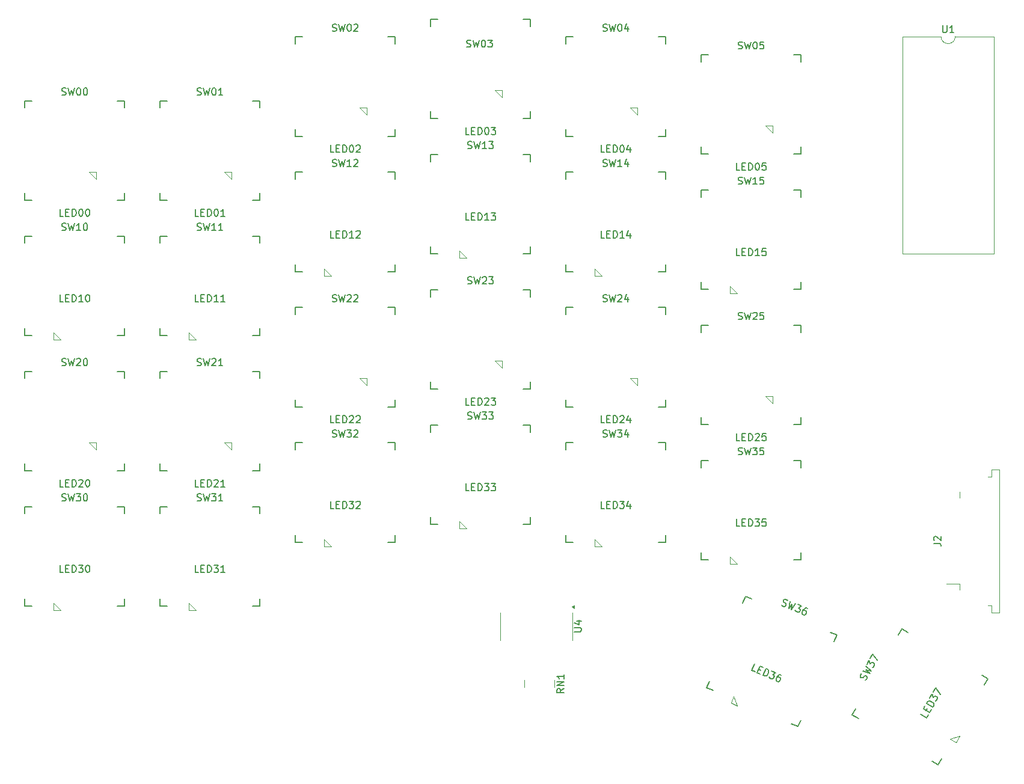
<source format=gbr>
%TF.GenerationSoftware,KiCad,Pcbnew,8.0.8-8.0.8-0~ubuntu22.04.1*%
%TF.CreationDate,2025-01-26T06:24:24-06:00*%
%TF.ProjectId,kbd,6b62642e-6b69-4636-9164-5f7063625858,rev?*%
%TF.SameCoordinates,Original*%
%TF.FileFunction,Legend,Top*%
%TF.FilePolarity,Positive*%
%FSLAX46Y46*%
G04 Gerber Fmt 4.6, Leading zero omitted, Abs format (unit mm)*
G04 Created by KiCad (PCBNEW 8.0.8-8.0.8-0~ubuntu22.04.1) date 2025-01-26 06:24:24*
%MOMM*%
%LPD*%
G01*
G04 APERTURE LIST*
%ADD10C,0.150000*%
%ADD11C,0.100000*%
%ADD12C,0.120000*%
G04 APERTURE END LIST*
D10*
X153654761Y-112904819D02*
X153178571Y-112904819D01*
X153178571Y-112904819D02*
X153178571Y-111904819D01*
X153988095Y-112381009D02*
X154321428Y-112381009D01*
X154464285Y-112904819D02*
X153988095Y-112904819D01*
X153988095Y-112904819D02*
X153988095Y-111904819D01*
X153988095Y-111904819D02*
X154464285Y-111904819D01*
X154892857Y-112904819D02*
X154892857Y-111904819D01*
X154892857Y-111904819D02*
X155130952Y-111904819D01*
X155130952Y-111904819D02*
X155273809Y-111952438D01*
X155273809Y-111952438D02*
X155369047Y-112047676D01*
X155369047Y-112047676D02*
X155416666Y-112142914D01*
X155416666Y-112142914D02*
X155464285Y-112333390D01*
X155464285Y-112333390D02*
X155464285Y-112476247D01*
X155464285Y-112476247D02*
X155416666Y-112666723D01*
X155416666Y-112666723D02*
X155369047Y-112761961D01*
X155369047Y-112761961D02*
X155273809Y-112857200D01*
X155273809Y-112857200D02*
X155130952Y-112904819D01*
X155130952Y-112904819D02*
X154892857Y-112904819D01*
X155797619Y-111904819D02*
X156416666Y-111904819D01*
X156416666Y-111904819D02*
X156083333Y-112285771D01*
X156083333Y-112285771D02*
X156226190Y-112285771D01*
X156226190Y-112285771D02*
X156321428Y-112333390D01*
X156321428Y-112333390D02*
X156369047Y-112381009D01*
X156369047Y-112381009D02*
X156416666Y-112476247D01*
X156416666Y-112476247D02*
X156416666Y-112714342D01*
X156416666Y-112714342D02*
X156369047Y-112809580D01*
X156369047Y-112809580D02*
X156321428Y-112857200D01*
X156321428Y-112857200D02*
X156226190Y-112904819D01*
X156226190Y-112904819D02*
X155940476Y-112904819D01*
X155940476Y-112904819D02*
X155845238Y-112857200D01*
X155845238Y-112857200D02*
X155797619Y-112809580D01*
X157321428Y-111904819D02*
X156845238Y-111904819D01*
X156845238Y-111904819D02*
X156797619Y-112381009D01*
X156797619Y-112381009D02*
X156845238Y-112333390D01*
X156845238Y-112333390D02*
X156940476Y-112285771D01*
X156940476Y-112285771D02*
X157178571Y-112285771D01*
X157178571Y-112285771D02*
X157273809Y-112333390D01*
X157273809Y-112333390D02*
X157321428Y-112381009D01*
X157321428Y-112381009D02*
X157369047Y-112476247D01*
X157369047Y-112476247D02*
X157369047Y-112714342D01*
X157369047Y-112714342D02*
X157321428Y-112809580D01*
X157321428Y-112809580D02*
X157273809Y-112857200D01*
X157273809Y-112857200D02*
X157178571Y-112904819D01*
X157178571Y-112904819D02*
X156940476Y-112904819D01*
X156940476Y-112904819D02*
X156845238Y-112857200D01*
X156845238Y-112857200D02*
X156797619Y-112809580D01*
X77454761Y-69254819D02*
X76978571Y-69254819D01*
X76978571Y-69254819D02*
X76978571Y-68254819D01*
X77788095Y-68731009D02*
X78121428Y-68731009D01*
X78264285Y-69254819D02*
X77788095Y-69254819D01*
X77788095Y-69254819D02*
X77788095Y-68254819D01*
X77788095Y-68254819D02*
X78264285Y-68254819D01*
X78692857Y-69254819D02*
X78692857Y-68254819D01*
X78692857Y-68254819D02*
X78930952Y-68254819D01*
X78930952Y-68254819D02*
X79073809Y-68302438D01*
X79073809Y-68302438D02*
X79169047Y-68397676D01*
X79169047Y-68397676D02*
X79216666Y-68492914D01*
X79216666Y-68492914D02*
X79264285Y-68683390D01*
X79264285Y-68683390D02*
X79264285Y-68826247D01*
X79264285Y-68826247D02*
X79216666Y-69016723D01*
X79216666Y-69016723D02*
X79169047Y-69111961D01*
X79169047Y-69111961D02*
X79073809Y-69207200D01*
X79073809Y-69207200D02*
X78930952Y-69254819D01*
X78930952Y-69254819D02*
X78692857Y-69254819D01*
X79883333Y-68254819D02*
X79978571Y-68254819D01*
X79978571Y-68254819D02*
X80073809Y-68302438D01*
X80073809Y-68302438D02*
X80121428Y-68350057D01*
X80121428Y-68350057D02*
X80169047Y-68445295D01*
X80169047Y-68445295D02*
X80216666Y-68635771D01*
X80216666Y-68635771D02*
X80216666Y-68873866D01*
X80216666Y-68873866D02*
X80169047Y-69064342D01*
X80169047Y-69064342D02*
X80121428Y-69159580D01*
X80121428Y-69159580D02*
X80073809Y-69207200D01*
X80073809Y-69207200D02*
X79978571Y-69254819D01*
X79978571Y-69254819D02*
X79883333Y-69254819D01*
X79883333Y-69254819D02*
X79788095Y-69207200D01*
X79788095Y-69207200D02*
X79740476Y-69159580D01*
X79740476Y-69159580D02*
X79692857Y-69064342D01*
X79692857Y-69064342D02*
X79645238Y-68873866D01*
X79645238Y-68873866D02*
X79645238Y-68635771D01*
X79645238Y-68635771D02*
X79692857Y-68445295D01*
X79692857Y-68445295D02*
X79740476Y-68350057D01*
X79740476Y-68350057D02*
X79788095Y-68302438D01*
X79788095Y-68302438D02*
X79883333Y-68254819D01*
X81169047Y-69254819D02*
X80597619Y-69254819D01*
X80883333Y-69254819D02*
X80883333Y-68254819D01*
X80883333Y-68254819D02*
X80788095Y-68397676D01*
X80788095Y-68397676D02*
X80692857Y-68492914D01*
X80692857Y-68492914D02*
X80597619Y-68540533D01*
X134390476Y-43152200D02*
X134533333Y-43199819D01*
X134533333Y-43199819D02*
X134771428Y-43199819D01*
X134771428Y-43199819D02*
X134866666Y-43152200D01*
X134866666Y-43152200D02*
X134914285Y-43104580D01*
X134914285Y-43104580D02*
X134961904Y-43009342D01*
X134961904Y-43009342D02*
X134961904Y-42914104D01*
X134961904Y-42914104D02*
X134914285Y-42818866D01*
X134914285Y-42818866D02*
X134866666Y-42771247D01*
X134866666Y-42771247D02*
X134771428Y-42723628D01*
X134771428Y-42723628D02*
X134580952Y-42676009D01*
X134580952Y-42676009D02*
X134485714Y-42628390D01*
X134485714Y-42628390D02*
X134438095Y-42580771D01*
X134438095Y-42580771D02*
X134390476Y-42485533D01*
X134390476Y-42485533D02*
X134390476Y-42390295D01*
X134390476Y-42390295D02*
X134438095Y-42295057D01*
X134438095Y-42295057D02*
X134485714Y-42247438D01*
X134485714Y-42247438D02*
X134580952Y-42199819D01*
X134580952Y-42199819D02*
X134819047Y-42199819D01*
X134819047Y-42199819D02*
X134961904Y-42247438D01*
X135295238Y-42199819D02*
X135533333Y-43199819D01*
X135533333Y-43199819D02*
X135723809Y-42485533D01*
X135723809Y-42485533D02*
X135914285Y-43199819D01*
X135914285Y-43199819D02*
X136152381Y-42199819D01*
X136723809Y-42199819D02*
X136819047Y-42199819D01*
X136819047Y-42199819D02*
X136914285Y-42247438D01*
X136914285Y-42247438D02*
X136961904Y-42295057D01*
X136961904Y-42295057D02*
X137009523Y-42390295D01*
X137009523Y-42390295D02*
X137057142Y-42580771D01*
X137057142Y-42580771D02*
X137057142Y-42818866D01*
X137057142Y-42818866D02*
X137009523Y-43009342D01*
X137009523Y-43009342D02*
X136961904Y-43104580D01*
X136961904Y-43104580D02*
X136914285Y-43152200D01*
X136914285Y-43152200D02*
X136819047Y-43199819D01*
X136819047Y-43199819D02*
X136723809Y-43199819D01*
X136723809Y-43199819D02*
X136628571Y-43152200D01*
X136628571Y-43152200D02*
X136580952Y-43104580D01*
X136580952Y-43104580D02*
X136533333Y-43009342D01*
X136533333Y-43009342D02*
X136485714Y-42818866D01*
X136485714Y-42818866D02*
X136485714Y-42580771D01*
X136485714Y-42580771D02*
X136533333Y-42390295D01*
X136533333Y-42390295D02*
X136580952Y-42295057D01*
X136580952Y-42295057D02*
X136628571Y-42247438D01*
X136628571Y-42247438D02*
X136723809Y-42199819D01*
X137914285Y-42533152D02*
X137914285Y-43199819D01*
X137676190Y-42152200D02*
X137438095Y-42866485D01*
X137438095Y-42866485D02*
X138057142Y-42866485D01*
X134604761Y-60254819D02*
X134128571Y-60254819D01*
X134128571Y-60254819D02*
X134128571Y-59254819D01*
X134938095Y-59731009D02*
X135271428Y-59731009D01*
X135414285Y-60254819D02*
X134938095Y-60254819D01*
X134938095Y-60254819D02*
X134938095Y-59254819D01*
X134938095Y-59254819D02*
X135414285Y-59254819D01*
X135842857Y-60254819D02*
X135842857Y-59254819D01*
X135842857Y-59254819D02*
X136080952Y-59254819D01*
X136080952Y-59254819D02*
X136223809Y-59302438D01*
X136223809Y-59302438D02*
X136319047Y-59397676D01*
X136319047Y-59397676D02*
X136366666Y-59492914D01*
X136366666Y-59492914D02*
X136414285Y-59683390D01*
X136414285Y-59683390D02*
X136414285Y-59826247D01*
X136414285Y-59826247D02*
X136366666Y-60016723D01*
X136366666Y-60016723D02*
X136319047Y-60111961D01*
X136319047Y-60111961D02*
X136223809Y-60207200D01*
X136223809Y-60207200D02*
X136080952Y-60254819D01*
X136080952Y-60254819D02*
X135842857Y-60254819D01*
X137033333Y-59254819D02*
X137128571Y-59254819D01*
X137128571Y-59254819D02*
X137223809Y-59302438D01*
X137223809Y-59302438D02*
X137271428Y-59350057D01*
X137271428Y-59350057D02*
X137319047Y-59445295D01*
X137319047Y-59445295D02*
X137366666Y-59635771D01*
X137366666Y-59635771D02*
X137366666Y-59873866D01*
X137366666Y-59873866D02*
X137319047Y-60064342D01*
X137319047Y-60064342D02*
X137271428Y-60159580D01*
X137271428Y-60159580D02*
X137223809Y-60207200D01*
X137223809Y-60207200D02*
X137128571Y-60254819D01*
X137128571Y-60254819D02*
X137033333Y-60254819D01*
X137033333Y-60254819D02*
X136938095Y-60207200D01*
X136938095Y-60207200D02*
X136890476Y-60159580D01*
X136890476Y-60159580D02*
X136842857Y-60064342D01*
X136842857Y-60064342D02*
X136795238Y-59873866D01*
X136795238Y-59873866D02*
X136795238Y-59635771D01*
X136795238Y-59635771D02*
X136842857Y-59445295D01*
X136842857Y-59445295D02*
X136890476Y-59350057D01*
X136890476Y-59350057D02*
X136938095Y-59302438D01*
X136938095Y-59302438D02*
X137033333Y-59254819D01*
X138223809Y-59588152D02*
X138223809Y-60254819D01*
X137985714Y-59207200D02*
X137747619Y-59921485D01*
X137747619Y-59921485D02*
X138366666Y-59921485D01*
X58404761Y-119404819D02*
X57928571Y-119404819D01*
X57928571Y-119404819D02*
X57928571Y-118404819D01*
X58738095Y-118881009D02*
X59071428Y-118881009D01*
X59214285Y-119404819D02*
X58738095Y-119404819D01*
X58738095Y-119404819D02*
X58738095Y-118404819D01*
X58738095Y-118404819D02*
X59214285Y-118404819D01*
X59642857Y-119404819D02*
X59642857Y-118404819D01*
X59642857Y-118404819D02*
X59880952Y-118404819D01*
X59880952Y-118404819D02*
X60023809Y-118452438D01*
X60023809Y-118452438D02*
X60119047Y-118547676D01*
X60119047Y-118547676D02*
X60166666Y-118642914D01*
X60166666Y-118642914D02*
X60214285Y-118833390D01*
X60214285Y-118833390D02*
X60214285Y-118976247D01*
X60214285Y-118976247D02*
X60166666Y-119166723D01*
X60166666Y-119166723D02*
X60119047Y-119261961D01*
X60119047Y-119261961D02*
X60023809Y-119357200D01*
X60023809Y-119357200D02*
X59880952Y-119404819D01*
X59880952Y-119404819D02*
X59642857Y-119404819D01*
X60547619Y-118404819D02*
X61166666Y-118404819D01*
X61166666Y-118404819D02*
X60833333Y-118785771D01*
X60833333Y-118785771D02*
X60976190Y-118785771D01*
X60976190Y-118785771D02*
X61071428Y-118833390D01*
X61071428Y-118833390D02*
X61119047Y-118881009D01*
X61119047Y-118881009D02*
X61166666Y-118976247D01*
X61166666Y-118976247D02*
X61166666Y-119214342D01*
X61166666Y-119214342D02*
X61119047Y-119309580D01*
X61119047Y-119309580D02*
X61071428Y-119357200D01*
X61071428Y-119357200D02*
X60976190Y-119404819D01*
X60976190Y-119404819D02*
X60690476Y-119404819D01*
X60690476Y-119404819D02*
X60595238Y-119357200D01*
X60595238Y-119357200D02*
X60547619Y-119309580D01*
X61785714Y-118404819D02*
X61880952Y-118404819D01*
X61880952Y-118404819D02*
X61976190Y-118452438D01*
X61976190Y-118452438D02*
X62023809Y-118500057D01*
X62023809Y-118500057D02*
X62071428Y-118595295D01*
X62071428Y-118595295D02*
X62119047Y-118785771D01*
X62119047Y-118785771D02*
X62119047Y-119023866D01*
X62119047Y-119023866D02*
X62071428Y-119214342D01*
X62071428Y-119214342D02*
X62023809Y-119309580D01*
X62023809Y-119309580D02*
X61976190Y-119357200D01*
X61976190Y-119357200D02*
X61880952Y-119404819D01*
X61880952Y-119404819D02*
X61785714Y-119404819D01*
X61785714Y-119404819D02*
X61690476Y-119357200D01*
X61690476Y-119357200D02*
X61642857Y-119309580D01*
X61642857Y-119309580D02*
X61595238Y-119214342D01*
X61595238Y-119214342D02*
X61547619Y-119023866D01*
X61547619Y-119023866D02*
X61547619Y-118785771D01*
X61547619Y-118785771D02*
X61595238Y-118595295D01*
X61595238Y-118595295D02*
X61642857Y-118500057D01*
X61642857Y-118500057D02*
X61690476Y-118452438D01*
X61690476Y-118452438D02*
X61785714Y-118404819D01*
X58404761Y-107354818D02*
X57928571Y-107354818D01*
X57928571Y-107354818D02*
X57928571Y-106354818D01*
X58738095Y-106831008D02*
X59071428Y-106831008D01*
X59214285Y-107354818D02*
X58738095Y-107354818D01*
X58738095Y-107354818D02*
X58738095Y-106354818D01*
X58738095Y-106354818D02*
X59214285Y-106354818D01*
X59642857Y-107354818D02*
X59642857Y-106354818D01*
X59642857Y-106354818D02*
X59880952Y-106354818D01*
X59880952Y-106354818D02*
X60023809Y-106402437D01*
X60023809Y-106402437D02*
X60119047Y-106497675D01*
X60119047Y-106497675D02*
X60166666Y-106592913D01*
X60166666Y-106592913D02*
X60214285Y-106783389D01*
X60214285Y-106783389D02*
X60214285Y-106926246D01*
X60214285Y-106926246D02*
X60166666Y-107116722D01*
X60166666Y-107116722D02*
X60119047Y-107211960D01*
X60119047Y-107211960D02*
X60023809Y-107307199D01*
X60023809Y-107307199D02*
X59880952Y-107354818D01*
X59880952Y-107354818D02*
X59642857Y-107354818D01*
X60595238Y-106450056D02*
X60642857Y-106402437D01*
X60642857Y-106402437D02*
X60738095Y-106354818D01*
X60738095Y-106354818D02*
X60976190Y-106354818D01*
X60976190Y-106354818D02*
X61071428Y-106402437D01*
X61071428Y-106402437D02*
X61119047Y-106450056D01*
X61119047Y-106450056D02*
X61166666Y-106545294D01*
X61166666Y-106545294D02*
X61166666Y-106640532D01*
X61166666Y-106640532D02*
X61119047Y-106783389D01*
X61119047Y-106783389D02*
X60547619Y-107354818D01*
X60547619Y-107354818D02*
X61166666Y-107354818D01*
X61785714Y-106354818D02*
X61880952Y-106354818D01*
X61880952Y-106354818D02*
X61976190Y-106402437D01*
X61976190Y-106402437D02*
X62023809Y-106450056D01*
X62023809Y-106450056D02*
X62071428Y-106545294D01*
X62071428Y-106545294D02*
X62119047Y-106735770D01*
X62119047Y-106735770D02*
X62119047Y-106973865D01*
X62119047Y-106973865D02*
X62071428Y-107164341D01*
X62071428Y-107164341D02*
X62023809Y-107259579D01*
X62023809Y-107259579D02*
X61976190Y-107307199D01*
X61976190Y-107307199D02*
X61880952Y-107354818D01*
X61880952Y-107354818D02*
X61785714Y-107354818D01*
X61785714Y-107354818D02*
X61690476Y-107307199D01*
X61690476Y-107307199D02*
X61642857Y-107259579D01*
X61642857Y-107259579D02*
X61595238Y-107164341D01*
X61595238Y-107164341D02*
X61547619Y-106973865D01*
X61547619Y-106973865D02*
X61547619Y-106735770D01*
X61547619Y-106735770D02*
X61595238Y-106545294D01*
X61595238Y-106545294D02*
X61642857Y-106450056D01*
X61642857Y-106450056D02*
X61690476Y-106402437D01*
X61690476Y-106402437D02*
X61785714Y-106354818D01*
X153440476Y-45652200D02*
X153583333Y-45699819D01*
X153583333Y-45699819D02*
X153821428Y-45699819D01*
X153821428Y-45699819D02*
X153916666Y-45652200D01*
X153916666Y-45652200D02*
X153964285Y-45604580D01*
X153964285Y-45604580D02*
X154011904Y-45509342D01*
X154011904Y-45509342D02*
X154011904Y-45414104D01*
X154011904Y-45414104D02*
X153964285Y-45318866D01*
X153964285Y-45318866D02*
X153916666Y-45271247D01*
X153916666Y-45271247D02*
X153821428Y-45223628D01*
X153821428Y-45223628D02*
X153630952Y-45176009D01*
X153630952Y-45176009D02*
X153535714Y-45128390D01*
X153535714Y-45128390D02*
X153488095Y-45080771D01*
X153488095Y-45080771D02*
X153440476Y-44985533D01*
X153440476Y-44985533D02*
X153440476Y-44890295D01*
X153440476Y-44890295D02*
X153488095Y-44795057D01*
X153488095Y-44795057D02*
X153535714Y-44747438D01*
X153535714Y-44747438D02*
X153630952Y-44699819D01*
X153630952Y-44699819D02*
X153869047Y-44699819D01*
X153869047Y-44699819D02*
X154011904Y-44747438D01*
X154345238Y-44699819D02*
X154583333Y-45699819D01*
X154583333Y-45699819D02*
X154773809Y-44985533D01*
X154773809Y-44985533D02*
X154964285Y-45699819D01*
X154964285Y-45699819D02*
X155202381Y-44699819D01*
X155773809Y-44699819D02*
X155869047Y-44699819D01*
X155869047Y-44699819D02*
X155964285Y-44747438D01*
X155964285Y-44747438D02*
X156011904Y-44795057D01*
X156011904Y-44795057D02*
X156059523Y-44890295D01*
X156059523Y-44890295D02*
X156107142Y-45080771D01*
X156107142Y-45080771D02*
X156107142Y-45318866D01*
X156107142Y-45318866D02*
X156059523Y-45509342D01*
X156059523Y-45509342D02*
X156011904Y-45604580D01*
X156011904Y-45604580D02*
X155964285Y-45652200D01*
X155964285Y-45652200D02*
X155869047Y-45699819D01*
X155869047Y-45699819D02*
X155773809Y-45699819D01*
X155773809Y-45699819D02*
X155678571Y-45652200D01*
X155678571Y-45652200D02*
X155630952Y-45604580D01*
X155630952Y-45604580D02*
X155583333Y-45509342D01*
X155583333Y-45509342D02*
X155535714Y-45318866D01*
X155535714Y-45318866D02*
X155535714Y-45080771D01*
X155535714Y-45080771D02*
X155583333Y-44890295D01*
X155583333Y-44890295D02*
X155630952Y-44795057D01*
X155630952Y-44795057D02*
X155678571Y-44747438D01*
X155678571Y-44747438D02*
X155773809Y-44699819D01*
X157011904Y-44699819D02*
X156535714Y-44699819D01*
X156535714Y-44699819D02*
X156488095Y-45176009D01*
X156488095Y-45176009D02*
X156535714Y-45128390D01*
X156535714Y-45128390D02*
X156630952Y-45080771D01*
X156630952Y-45080771D02*
X156869047Y-45080771D01*
X156869047Y-45080771D02*
X156964285Y-45128390D01*
X156964285Y-45128390D02*
X157011904Y-45176009D01*
X157011904Y-45176009D02*
X157059523Y-45271247D01*
X157059523Y-45271247D02*
X157059523Y-45509342D01*
X157059523Y-45509342D02*
X157011904Y-45604580D01*
X157011904Y-45604580D02*
X156964285Y-45652200D01*
X156964285Y-45652200D02*
X156869047Y-45699819D01*
X156869047Y-45699819D02*
X156630952Y-45699819D01*
X156630952Y-45699819D02*
X156535714Y-45652200D01*
X156535714Y-45652200D02*
X156488095Y-45604580D01*
X130354819Y-127761904D02*
X131164342Y-127761904D01*
X131164342Y-127761904D02*
X131259580Y-127714285D01*
X131259580Y-127714285D02*
X131307200Y-127666666D01*
X131307200Y-127666666D02*
X131354819Y-127571428D01*
X131354819Y-127571428D02*
X131354819Y-127380952D01*
X131354819Y-127380952D02*
X131307200Y-127285714D01*
X131307200Y-127285714D02*
X131259580Y-127238095D01*
X131259580Y-127238095D02*
X131164342Y-127190476D01*
X131164342Y-127190476D02*
X130354819Y-127190476D01*
X130688152Y-126285714D02*
X131354819Y-126285714D01*
X130307200Y-126523809D02*
X131021485Y-126761904D01*
X131021485Y-126761904D02*
X131021485Y-126142857D01*
X115340476Y-59702200D02*
X115483333Y-59749819D01*
X115483333Y-59749819D02*
X115721428Y-59749819D01*
X115721428Y-59749819D02*
X115816666Y-59702200D01*
X115816666Y-59702200D02*
X115864285Y-59654580D01*
X115864285Y-59654580D02*
X115911904Y-59559342D01*
X115911904Y-59559342D02*
X115911904Y-59464104D01*
X115911904Y-59464104D02*
X115864285Y-59368866D01*
X115864285Y-59368866D02*
X115816666Y-59321247D01*
X115816666Y-59321247D02*
X115721428Y-59273628D01*
X115721428Y-59273628D02*
X115530952Y-59226009D01*
X115530952Y-59226009D02*
X115435714Y-59178390D01*
X115435714Y-59178390D02*
X115388095Y-59130771D01*
X115388095Y-59130771D02*
X115340476Y-59035533D01*
X115340476Y-59035533D02*
X115340476Y-58940295D01*
X115340476Y-58940295D02*
X115388095Y-58845057D01*
X115388095Y-58845057D02*
X115435714Y-58797438D01*
X115435714Y-58797438D02*
X115530952Y-58749819D01*
X115530952Y-58749819D02*
X115769047Y-58749819D01*
X115769047Y-58749819D02*
X115911904Y-58797438D01*
X116245238Y-58749819D02*
X116483333Y-59749819D01*
X116483333Y-59749819D02*
X116673809Y-59035533D01*
X116673809Y-59035533D02*
X116864285Y-59749819D01*
X116864285Y-59749819D02*
X117102381Y-58749819D01*
X118007142Y-59749819D02*
X117435714Y-59749819D01*
X117721428Y-59749819D02*
X117721428Y-58749819D01*
X117721428Y-58749819D02*
X117626190Y-58892676D01*
X117626190Y-58892676D02*
X117530952Y-58987914D01*
X117530952Y-58987914D02*
X117435714Y-59035533D01*
X118340476Y-58749819D02*
X118959523Y-58749819D01*
X118959523Y-58749819D02*
X118626190Y-59130771D01*
X118626190Y-59130771D02*
X118769047Y-59130771D01*
X118769047Y-59130771D02*
X118864285Y-59178390D01*
X118864285Y-59178390D02*
X118911904Y-59226009D01*
X118911904Y-59226009D02*
X118959523Y-59321247D01*
X118959523Y-59321247D02*
X118959523Y-59559342D01*
X118959523Y-59559342D02*
X118911904Y-59654580D01*
X118911904Y-59654580D02*
X118864285Y-59702200D01*
X118864285Y-59702200D02*
X118769047Y-59749819D01*
X118769047Y-59749819D02*
X118483333Y-59749819D01*
X118483333Y-59749819D02*
X118388095Y-59702200D01*
X118388095Y-59702200D02*
X118340476Y-59654580D01*
X115340476Y-97802200D02*
X115483333Y-97849819D01*
X115483333Y-97849819D02*
X115721428Y-97849819D01*
X115721428Y-97849819D02*
X115816666Y-97802200D01*
X115816666Y-97802200D02*
X115864285Y-97754580D01*
X115864285Y-97754580D02*
X115911904Y-97659342D01*
X115911904Y-97659342D02*
X115911904Y-97564104D01*
X115911904Y-97564104D02*
X115864285Y-97468866D01*
X115864285Y-97468866D02*
X115816666Y-97421247D01*
X115816666Y-97421247D02*
X115721428Y-97373628D01*
X115721428Y-97373628D02*
X115530952Y-97326009D01*
X115530952Y-97326009D02*
X115435714Y-97278390D01*
X115435714Y-97278390D02*
X115388095Y-97230771D01*
X115388095Y-97230771D02*
X115340476Y-97135533D01*
X115340476Y-97135533D02*
X115340476Y-97040295D01*
X115340476Y-97040295D02*
X115388095Y-96945057D01*
X115388095Y-96945057D02*
X115435714Y-96897438D01*
X115435714Y-96897438D02*
X115530952Y-96849819D01*
X115530952Y-96849819D02*
X115769047Y-96849819D01*
X115769047Y-96849819D02*
X115911904Y-96897438D01*
X116245238Y-96849819D02*
X116483333Y-97849819D01*
X116483333Y-97849819D02*
X116673809Y-97135533D01*
X116673809Y-97135533D02*
X116864285Y-97849819D01*
X116864285Y-97849819D02*
X117102381Y-96849819D01*
X117388095Y-96849819D02*
X118007142Y-96849819D01*
X118007142Y-96849819D02*
X117673809Y-97230771D01*
X117673809Y-97230771D02*
X117816666Y-97230771D01*
X117816666Y-97230771D02*
X117911904Y-97278390D01*
X117911904Y-97278390D02*
X117959523Y-97326009D01*
X117959523Y-97326009D02*
X118007142Y-97421247D01*
X118007142Y-97421247D02*
X118007142Y-97659342D01*
X118007142Y-97659342D02*
X117959523Y-97754580D01*
X117959523Y-97754580D02*
X117911904Y-97802200D01*
X117911904Y-97802200D02*
X117816666Y-97849819D01*
X117816666Y-97849819D02*
X117530952Y-97849819D01*
X117530952Y-97849819D02*
X117435714Y-97802200D01*
X117435714Y-97802200D02*
X117388095Y-97754580D01*
X118340476Y-96849819D02*
X118959523Y-96849819D01*
X118959523Y-96849819D02*
X118626190Y-97230771D01*
X118626190Y-97230771D02*
X118769047Y-97230771D01*
X118769047Y-97230771D02*
X118864285Y-97278390D01*
X118864285Y-97278390D02*
X118911904Y-97326009D01*
X118911904Y-97326009D02*
X118959523Y-97421247D01*
X118959523Y-97421247D02*
X118959523Y-97659342D01*
X118959523Y-97659342D02*
X118911904Y-97754580D01*
X118911904Y-97754580D02*
X118864285Y-97802200D01*
X118864285Y-97802200D02*
X118769047Y-97849819D01*
X118769047Y-97849819D02*
X118483333Y-97849819D01*
X118483333Y-97849819D02*
X118388095Y-97802200D01*
X118388095Y-97802200D02*
X118340476Y-97754580D01*
X180954819Y-115333333D02*
X181669104Y-115333333D01*
X181669104Y-115333333D02*
X181811961Y-115380952D01*
X181811961Y-115380952D02*
X181907200Y-115476190D01*
X181907200Y-115476190D02*
X181954819Y-115619047D01*
X181954819Y-115619047D02*
X181954819Y-115714285D01*
X181050057Y-114904761D02*
X181002438Y-114857142D01*
X181002438Y-114857142D02*
X180954819Y-114761904D01*
X180954819Y-114761904D02*
X180954819Y-114523809D01*
X180954819Y-114523809D02*
X181002438Y-114428571D01*
X181002438Y-114428571D02*
X181050057Y-114380952D01*
X181050057Y-114380952D02*
X181145295Y-114333333D01*
X181145295Y-114333333D02*
X181240533Y-114333333D01*
X181240533Y-114333333D02*
X181383390Y-114380952D01*
X181383390Y-114380952D02*
X181954819Y-114952380D01*
X181954819Y-114952380D02*
X181954819Y-114333333D01*
X171348843Y-134593193D02*
X171461511Y-134493285D01*
X171461511Y-134493285D02*
X171580559Y-134287088D01*
X171580559Y-134287088D02*
X171586938Y-134180800D01*
X171586938Y-134180800D02*
X171569509Y-134115751D01*
X171569509Y-134115751D02*
X171510840Y-134026893D01*
X171510840Y-134026893D02*
X171428361Y-133979274D01*
X171428361Y-133979274D02*
X171322073Y-133972894D01*
X171322073Y-133972894D02*
X171257024Y-133990324D01*
X171257024Y-133990324D02*
X171168166Y-134048993D01*
X171168166Y-134048993D02*
X171031688Y-134190141D01*
X171031688Y-134190141D02*
X170942830Y-134248810D01*
X170942830Y-134248810D02*
X170877781Y-134266239D01*
X170877781Y-134266239D02*
X170771493Y-134259860D01*
X170771493Y-134259860D02*
X170689014Y-134212241D01*
X170689014Y-134212241D02*
X170630345Y-134123382D01*
X170630345Y-134123382D02*
X170612915Y-134058334D01*
X170612915Y-134058334D02*
X170619295Y-133952045D01*
X170619295Y-133952045D02*
X170738343Y-133745849D01*
X170738343Y-133745849D02*
X170851011Y-133645940D01*
X170976438Y-133333456D02*
X171961511Y-133627259D01*
X171961511Y-133627259D02*
X171438160Y-133105159D01*
X171438160Y-133105159D02*
X172151987Y-133297345D01*
X172151987Y-133297345D02*
X171405009Y-132591148D01*
X171547867Y-132343713D02*
X171857390Y-131807602D01*
X171857390Y-131807602D02*
X172020638Y-132286753D01*
X172020638Y-132286753D02*
X172092067Y-132163035D01*
X172092067Y-132163035D02*
X172180925Y-132104366D01*
X172180925Y-132104366D02*
X172245974Y-132086936D01*
X172245974Y-132086936D02*
X172352262Y-132093316D01*
X172352262Y-132093316D02*
X172558459Y-132212364D01*
X172558459Y-132212364D02*
X172617128Y-132301222D01*
X172617128Y-132301222D02*
X172634557Y-132366271D01*
X172634557Y-132366271D02*
X172628178Y-132472559D01*
X172628178Y-132472559D02*
X172485320Y-132719995D01*
X172485320Y-132719995D02*
X172396462Y-132778664D01*
X172396462Y-132778664D02*
X172331413Y-132796094D01*
X172024057Y-131518926D02*
X172357390Y-130941576D01*
X172357390Y-130941576D02*
X173009130Y-131812730D01*
X153440476Y-64702200D02*
X153583333Y-64749819D01*
X153583333Y-64749819D02*
X153821428Y-64749819D01*
X153821428Y-64749819D02*
X153916666Y-64702200D01*
X153916666Y-64702200D02*
X153964285Y-64654580D01*
X153964285Y-64654580D02*
X154011904Y-64559342D01*
X154011904Y-64559342D02*
X154011904Y-64464104D01*
X154011904Y-64464104D02*
X153964285Y-64368866D01*
X153964285Y-64368866D02*
X153916666Y-64321247D01*
X153916666Y-64321247D02*
X153821428Y-64273628D01*
X153821428Y-64273628D02*
X153630952Y-64226009D01*
X153630952Y-64226009D02*
X153535714Y-64178390D01*
X153535714Y-64178390D02*
X153488095Y-64130771D01*
X153488095Y-64130771D02*
X153440476Y-64035533D01*
X153440476Y-64035533D02*
X153440476Y-63940295D01*
X153440476Y-63940295D02*
X153488095Y-63845057D01*
X153488095Y-63845057D02*
X153535714Y-63797438D01*
X153535714Y-63797438D02*
X153630952Y-63749819D01*
X153630952Y-63749819D02*
X153869047Y-63749819D01*
X153869047Y-63749819D02*
X154011904Y-63797438D01*
X154345238Y-63749819D02*
X154583333Y-64749819D01*
X154583333Y-64749819D02*
X154773809Y-64035533D01*
X154773809Y-64035533D02*
X154964285Y-64749819D01*
X154964285Y-64749819D02*
X155202381Y-63749819D01*
X156107142Y-64749819D02*
X155535714Y-64749819D01*
X155821428Y-64749819D02*
X155821428Y-63749819D01*
X155821428Y-63749819D02*
X155726190Y-63892676D01*
X155726190Y-63892676D02*
X155630952Y-63987914D01*
X155630952Y-63987914D02*
X155535714Y-64035533D01*
X157011904Y-63749819D02*
X156535714Y-63749819D01*
X156535714Y-63749819D02*
X156488095Y-64226009D01*
X156488095Y-64226009D02*
X156535714Y-64178390D01*
X156535714Y-64178390D02*
X156630952Y-64130771D01*
X156630952Y-64130771D02*
X156869047Y-64130771D01*
X156869047Y-64130771D02*
X156964285Y-64178390D01*
X156964285Y-64178390D02*
X157011904Y-64226009D01*
X157011904Y-64226009D02*
X157059523Y-64321247D01*
X157059523Y-64321247D02*
X157059523Y-64559342D01*
X157059523Y-64559342D02*
X157011904Y-64654580D01*
X157011904Y-64654580D02*
X156964285Y-64702200D01*
X156964285Y-64702200D02*
X156869047Y-64749819D01*
X156869047Y-64749819D02*
X156630952Y-64749819D01*
X156630952Y-64749819D02*
X156535714Y-64702200D01*
X156535714Y-64702200D02*
X156488095Y-64654580D01*
X115554761Y-69804819D02*
X115078571Y-69804819D01*
X115078571Y-69804819D02*
X115078571Y-68804819D01*
X115888095Y-69281009D02*
X116221428Y-69281009D01*
X116364285Y-69804819D02*
X115888095Y-69804819D01*
X115888095Y-69804819D02*
X115888095Y-68804819D01*
X115888095Y-68804819D02*
X116364285Y-68804819D01*
X116792857Y-69804819D02*
X116792857Y-68804819D01*
X116792857Y-68804819D02*
X117030952Y-68804819D01*
X117030952Y-68804819D02*
X117173809Y-68852438D01*
X117173809Y-68852438D02*
X117269047Y-68947676D01*
X117269047Y-68947676D02*
X117316666Y-69042914D01*
X117316666Y-69042914D02*
X117364285Y-69233390D01*
X117364285Y-69233390D02*
X117364285Y-69376247D01*
X117364285Y-69376247D02*
X117316666Y-69566723D01*
X117316666Y-69566723D02*
X117269047Y-69661961D01*
X117269047Y-69661961D02*
X117173809Y-69757200D01*
X117173809Y-69757200D02*
X117030952Y-69804819D01*
X117030952Y-69804819D02*
X116792857Y-69804819D01*
X118316666Y-69804819D02*
X117745238Y-69804819D01*
X118030952Y-69804819D02*
X118030952Y-68804819D01*
X118030952Y-68804819D02*
X117935714Y-68947676D01*
X117935714Y-68947676D02*
X117840476Y-69042914D01*
X117840476Y-69042914D02*
X117745238Y-69090533D01*
X118650000Y-68804819D02*
X119269047Y-68804819D01*
X119269047Y-68804819D02*
X118935714Y-69185771D01*
X118935714Y-69185771D02*
X119078571Y-69185771D01*
X119078571Y-69185771D02*
X119173809Y-69233390D01*
X119173809Y-69233390D02*
X119221428Y-69281009D01*
X119221428Y-69281009D02*
X119269047Y-69376247D01*
X119269047Y-69376247D02*
X119269047Y-69614342D01*
X119269047Y-69614342D02*
X119221428Y-69709580D01*
X119221428Y-69709580D02*
X119173809Y-69757200D01*
X119173809Y-69757200D02*
X119078571Y-69804819D01*
X119078571Y-69804819D02*
X118792857Y-69804819D01*
X118792857Y-69804819D02*
X118697619Y-69757200D01*
X118697619Y-69757200D02*
X118650000Y-69709580D01*
X134390476Y-62202200D02*
X134533333Y-62249819D01*
X134533333Y-62249819D02*
X134771428Y-62249819D01*
X134771428Y-62249819D02*
X134866666Y-62202200D01*
X134866666Y-62202200D02*
X134914285Y-62154580D01*
X134914285Y-62154580D02*
X134961904Y-62059342D01*
X134961904Y-62059342D02*
X134961904Y-61964104D01*
X134961904Y-61964104D02*
X134914285Y-61868866D01*
X134914285Y-61868866D02*
X134866666Y-61821247D01*
X134866666Y-61821247D02*
X134771428Y-61773628D01*
X134771428Y-61773628D02*
X134580952Y-61726009D01*
X134580952Y-61726009D02*
X134485714Y-61678390D01*
X134485714Y-61678390D02*
X134438095Y-61630771D01*
X134438095Y-61630771D02*
X134390476Y-61535533D01*
X134390476Y-61535533D02*
X134390476Y-61440295D01*
X134390476Y-61440295D02*
X134438095Y-61345057D01*
X134438095Y-61345057D02*
X134485714Y-61297438D01*
X134485714Y-61297438D02*
X134580952Y-61249819D01*
X134580952Y-61249819D02*
X134819047Y-61249819D01*
X134819047Y-61249819D02*
X134961904Y-61297438D01*
X135295238Y-61249819D02*
X135533333Y-62249819D01*
X135533333Y-62249819D02*
X135723809Y-61535533D01*
X135723809Y-61535533D02*
X135914285Y-62249819D01*
X135914285Y-62249819D02*
X136152381Y-61249819D01*
X137057142Y-62249819D02*
X136485714Y-62249819D01*
X136771428Y-62249819D02*
X136771428Y-61249819D01*
X136771428Y-61249819D02*
X136676190Y-61392676D01*
X136676190Y-61392676D02*
X136580952Y-61487914D01*
X136580952Y-61487914D02*
X136485714Y-61535533D01*
X137914285Y-61583152D02*
X137914285Y-62249819D01*
X137676190Y-61202200D02*
X137438095Y-61916485D01*
X137438095Y-61916485D02*
X138057142Y-61916485D01*
X77240476Y-109302200D02*
X77383333Y-109349819D01*
X77383333Y-109349819D02*
X77621428Y-109349819D01*
X77621428Y-109349819D02*
X77716666Y-109302200D01*
X77716666Y-109302200D02*
X77764285Y-109254580D01*
X77764285Y-109254580D02*
X77811904Y-109159342D01*
X77811904Y-109159342D02*
X77811904Y-109064104D01*
X77811904Y-109064104D02*
X77764285Y-108968866D01*
X77764285Y-108968866D02*
X77716666Y-108921247D01*
X77716666Y-108921247D02*
X77621428Y-108873628D01*
X77621428Y-108873628D02*
X77430952Y-108826009D01*
X77430952Y-108826009D02*
X77335714Y-108778390D01*
X77335714Y-108778390D02*
X77288095Y-108730771D01*
X77288095Y-108730771D02*
X77240476Y-108635533D01*
X77240476Y-108635533D02*
X77240476Y-108540295D01*
X77240476Y-108540295D02*
X77288095Y-108445057D01*
X77288095Y-108445057D02*
X77335714Y-108397438D01*
X77335714Y-108397438D02*
X77430952Y-108349819D01*
X77430952Y-108349819D02*
X77669047Y-108349819D01*
X77669047Y-108349819D02*
X77811904Y-108397438D01*
X78145238Y-108349819D02*
X78383333Y-109349819D01*
X78383333Y-109349819D02*
X78573809Y-108635533D01*
X78573809Y-108635533D02*
X78764285Y-109349819D01*
X78764285Y-109349819D02*
X79002381Y-108349819D01*
X79288095Y-108349819D02*
X79907142Y-108349819D01*
X79907142Y-108349819D02*
X79573809Y-108730771D01*
X79573809Y-108730771D02*
X79716666Y-108730771D01*
X79716666Y-108730771D02*
X79811904Y-108778390D01*
X79811904Y-108778390D02*
X79859523Y-108826009D01*
X79859523Y-108826009D02*
X79907142Y-108921247D01*
X79907142Y-108921247D02*
X79907142Y-109159342D01*
X79907142Y-109159342D02*
X79859523Y-109254580D01*
X79859523Y-109254580D02*
X79811904Y-109302200D01*
X79811904Y-109302200D02*
X79716666Y-109349819D01*
X79716666Y-109349819D02*
X79430952Y-109349819D01*
X79430952Y-109349819D02*
X79335714Y-109302200D01*
X79335714Y-109302200D02*
X79288095Y-109254580D01*
X80859523Y-109349819D02*
X80288095Y-109349819D01*
X80573809Y-109349819D02*
X80573809Y-108349819D01*
X80573809Y-108349819D02*
X80478571Y-108492676D01*
X80478571Y-108492676D02*
X80383333Y-108587914D01*
X80383333Y-108587914D02*
X80288095Y-108635533D01*
X115190476Y-45407200D02*
X115333333Y-45454819D01*
X115333333Y-45454819D02*
X115571428Y-45454819D01*
X115571428Y-45454819D02*
X115666666Y-45407200D01*
X115666666Y-45407200D02*
X115714285Y-45359580D01*
X115714285Y-45359580D02*
X115761904Y-45264342D01*
X115761904Y-45264342D02*
X115761904Y-45169104D01*
X115761904Y-45169104D02*
X115714285Y-45073866D01*
X115714285Y-45073866D02*
X115666666Y-45026247D01*
X115666666Y-45026247D02*
X115571428Y-44978628D01*
X115571428Y-44978628D02*
X115380952Y-44931009D01*
X115380952Y-44931009D02*
X115285714Y-44883390D01*
X115285714Y-44883390D02*
X115238095Y-44835771D01*
X115238095Y-44835771D02*
X115190476Y-44740533D01*
X115190476Y-44740533D02*
X115190476Y-44645295D01*
X115190476Y-44645295D02*
X115238095Y-44550057D01*
X115238095Y-44550057D02*
X115285714Y-44502438D01*
X115285714Y-44502438D02*
X115380952Y-44454819D01*
X115380952Y-44454819D02*
X115619047Y-44454819D01*
X115619047Y-44454819D02*
X115761904Y-44502438D01*
X116095238Y-44454819D02*
X116333333Y-45454819D01*
X116333333Y-45454819D02*
X116523809Y-44740533D01*
X116523809Y-44740533D02*
X116714285Y-45454819D01*
X116714285Y-45454819D02*
X116952381Y-44454819D01*
X117523809Y-44454819D02*
X117619047Y-44454819D01*
X117619047Y-44454819D02*
X117714285Y-44502438D01*
X117714285Y-44502438D02*
X117761904Y-44550057D01*
X117761904Y-44550057D02*
X117809523Y-44645295D01*
X117809523Y-44645295D02*
X117857142Y-44835771D01*
X117857142Y-44835771D02*
X117857142Y-45073866D01*
X117857142Y-45073866D02*
X117809523Y-45264342D01*
X117809523Y-45264342D02*
X117761904Y-45359580D01*
X117761904Y-45359580D02*
X117714285Y-45407200D01*
X117714285Y-45407200D02*
X117619047Y-45454819D01*
X117619047Y-45454819D02*
X117523809Y-45454819D01*
X117523809Y-45454819D02*
X117428571Y-45407200D01*
X117428571Y-45407200D02*
X117380952Y-45359580D01*
X117380952Y-45359580D02*
X117333333Y-45264342D01*
X117333333Y-45264342D02*
X117285714Y-45073866D01*
X117285714Y-45073866D02*
X117285714Y-44835771D01*
X117285714Y-44835771D02*
X117333333Y-44645295D01*
X117333333Y-44645295D02*
X117380952Y-44550057D01*
X117380952Y-44550057D02*
X117428571Y-44502438D01*
X117428571Y-44502438D02*
X117523809Y-44454819D01*
X118190476Y-44454819D02*
X118809523Y-44454819D01*
X118809523Y-44454819D02*
X118476190Y-44835771D01*
X118476190Y-44835771D02*
X118619047Y-44835771D01*
X118619047Y-44835771D02*
X118714285Y-44883390D01*
X118714285Y-44883390D02*
X118761904Y-44931009D01*
X118761904Y-44931009D02*
X118809523Y-45026247D01*
X118809523Y-45026247D02*
X118809523Y-45264342D01*
X118809523Y-45264342D02*
X118761904Y-45359580D01*
X118761904Y-45359580D02*
X118714285Y-45407200D01*
X118714285Y-45407200D02*
X118619047Y-45454819D01*
X118619047Y-45454819D02*
X118333333Y-45454819D01*
X118333333Y-45454819D02*
X118238095Y-45407200D01*
X118238095Y-45407200D02*
X118190476Y-45359580D01*
X182233095Y-42404819D02*
X182233095Y-43214342D01*
X182233095Y-43214342D02*
X182280714Y-43309580D01*
X182280714Y-43309580D02*
X182328333Y-43357200D01*
X182328333Y-43357200D02*
X182423571Y-43404819D01*
X182423571Y-43404819D02*
X182614047Y-43404819D01*
X182614047Y-43404819D02*
X182709285Y-43357200D01*
X182709285Y-43357200D02*
X182756904Y-43309580D01*
X182756904Y-43309580D02*
X182804523Y-43214342D01*
X182804523Y-43214342D02*
X182804523Y-42404819D01*
X183804523Y-43404819D02*
X183233095Y-43404819D01*
X183518809Y-43404819D02*
X183518809Y-42404819D01*
X183518809Y-42404819D02*
X183423571Y-42547676D01*
X183423571Y-42547676D02*
X183328333Y-42642914D01*
X183328333Y-42642914D02*
X183233095Y-42690533D01*
X96504761Y-110404819D02*
X96028571Y-110404819D01*
X96028571Y-110404819D02*
X96028571Y-109404819D01*
X96838095Y-109881009D02*
X97171428Y-109881009D01*
X97314285Y-110404819D02*
X96838095Y-110404819D01*
X96838095Y-110404819D02*
X96838095Y-109404819D01*
X96838095Y-109404819D02*
X97314285Y-109404819D01*
X97742857Y-110404819D02*
X97742857Y-109404819D01*
X97742857Y-109404819D02*
X97980952Y-109404819D01*
X97980952Y-109404819D02*
X98123809Y-109452438D01*
X98123809Y-109452438D02*
X98219047Y-109547676D01*
X98219047Y-109547676D02*
X98266666Y-109642914D01*
X98266666Y-109642914D02*
X98314285Y-109833390D01*
X98314285Y-109833390D02*
X98314285Y-109976247D01*
X98314285Y-109976247D02*
X98266666Y-110166723D01*
X98266666Y-110166723D02*
X98219047Y-110261961D01*
X98219047Y-110261961D02*
X98123809Y-110357200D01*
X98123809Y-110357200D02*
X97980952Y-110404819D01*
X97980952Y-110404819D02*
X97742857Y-110404819D01*
X98647619Y-109404819D02*
X99266666Y-109404819D01*
X99266666Y-109404819D02*
X98933333Y-109785771D01*
X98933333Y-109785771D02*
X99076190Y-109785771D01*
X99076190Y-109785771D02*
X99171428Y-109833390D01*
X99171428Y-109833390D02*
X99219047Y-109881009D01*
X99219047Y-109881009D02*
X99266666Y-109976247D01*
X99266666Y-109976247D02*
X99266666Y-110214342D01*
X99266666Y-110214342D02*
X99219047Y-110309580D01*
X99219047Y-110309580D02*
X99171428Y-110357200D01*
X99171428Y-110357200D02*
X99076190Y-110404819D01*
X99076190Y-110404819D02*
X98790476Y-110404819D01*
X98790476Y-110404819D02*
X98695238Y-110357200D01*
X98695238Y-110357200D02*
X98647619Y-110309580D01*
X99647619Y-109500057D02*
X99695238Y-109452438D01*
X99695238Y-109452438D02*
X99790476Y-109404819D01*
X99790476Y-109404819D02*
X100028571Y-109404819D01*
X100028571Y-109404819D02*
X100123809Y-109452438D01*
X100123809Y-109452438D02*
X100171428Y-109500057D01*
X100171428Y-109500057D02*
X100219047Y-109595295D01*
X100219047Y-109595295D02*
X100219047Y-109690533D01*
X100219047Y-109690533D02*
X100171428Y-109833390D01*
X100171428Y-109833390D02*
X99600000Y-110404819D01*
X99600000Y-110404819D02*
X100219047Y-110404819D01*
X77454761Y-107354818D02*
X76978571Y-107354818D01*
X76978571Y-107354818D02*
X76978571Y-106354818D01*
X77788095Y-106831008D02*
X78121428Y-106831008D01*
X78264285Y-107354818D02*
X77788095Y-107354818D01*
X77788095Y-107354818D02*
X77788095Y-106354818D01*
X77788095Y-106354818D02*
X78264285Y-106354818D01*
X78692857Y-107354818D02*
X78692857Y-106354818D01*
X78692857Y-106354818D02*
X78930952Y-106354818D01*
X78930952Y-106354818D02*
X79073809Y-106402437D01*
X79073809Y-106402437D02*
X79169047Y-106497675D01*
X79169047Y-106497675D02*
X79216666Y-106592913D01*
X79216666Y-106592913D02*
X79264285Y-106783389D01*
X79264285Y-106783389D02*
X79264285Y-106926246D01*
X79264285Y-106926246D02*
X79216666Y-107116722D01*
X79216666Y-107116722D02*
X79169047Y-107211960D01*
X79169047Y-107211960D02*
X79073809Y-107307199D01*
X79073809Y-107307199D02*
X78930952Y-107354818D01*
X78930952Y-107354818D02*
X78692857Y-107354818D01*
X79645238Y-106450056D02*
X79692857Y-106402437D01*
X79692857Y-106402437D02*
X79788095Y-106354818D01*
X79788095Y-106354818D02*
X80026190Y-106354818D01*
X80026190Y-106354818D02*
X80121428Y-106402437D01*
X80121428Y-106402437D02*
X80169047Y-106450056D01*
X80169047Y-106450056D02*
X80216666Y-106545294D01*
X80216666Y-106545294D02*
X80216666Y-106640532D01*
X80216666Y-106640532D02*
X80169047Y-106783389D01*
X80169047Y-106783389D02*
X79597619Y-107354818D01*
X79597619Y-107354818D02*
X80216666Y-107354818D01*
X81169047Y-107354818D02*
X80597619Y-107354818D01*
X80883333Y-107354818D02*
X80883333Y-106354818D01*
X80883333Y-106354818D02*
X80788095Y-106497675D01*
X80788095Y-106497675D02*
X80692857Y-106592913D01*
X80692857Y-106592913D02*
X80597619Y-106640532D01*
X134390476Y-81252200D02*
X134533333Y-81299819D01*
X134533333Y-81299819D02*
X134771428Y-81299819D01*
X134771428Y-81299819D02*
X134866666Y-81252200D01*
X134866666Y-81252200D02*
X134914285Y-81204580D01*
X134914285Y-81204580D02*
X134961904Y-81109342D01*
X134961904Y-81109342D02*
X134961904Y-81014104D01*
X134961904Y-81014104D02*
X134914285Y-80918866D01*
X134914285Y-80918866D02*
X134866666Y-80871247D01*
X134866666Y-80871247D02*
X134771428Y-80823628D01*
X134771428Y-80823628D02*
X134580952Y-80776009D01*
X134580952Y-80776009D02*
X134485714Y-80728390D01*
X134485714Y-80728390D02*
X134438095Y-80680771D01*
X134438095Y-80680771D02*
X134390476Y-80585533D01*
X134390476Y-80585533D02*
X134390476Y-80490295D01*
X134390476Y-80490295D02*
X134438095Y-80395057D01*
X134438095Y-80395057D02*
X134485714Y-80347438D01*
X134485714Y-80347438D02*
X134580952Y-80299819D01*
X134580952Y-80299819D02*
X134819047Y-80299819D01*
X134819047Y-80299819D02*
X134961904Y-80347438D01*
X135295238Y-80299819D02*
X135533333Y-81299819D01*
X135533333Y-81299819D02*
X135723809Y-80585533D01*
X135723809Y-80585533D02*
X135914285Y-81299819D01*
X135914285Y-81299819D02*
X136152381Y-80299819D01*
X136485714Y-80395057D02*
X136533333Y-80347438D01*
X136533333Y-80347438D02*
X136628571Y-80299819D01*
X136628571Y-80299819D02*
X136866666Y-80299819D01*
X136866666Y-80299819D02*
X136961904Y-80347438D01*
X136961904Y-80347438D02*
X137009523Y-80395057D01*
X137009523Y-80395057D02*
X137057142Y-80490295D01*
X137057142Y-80490295D02*
X137057142Y-80585533D01*
X137057142Y-80585533D02*
X137009523Y-80728390D01*
X137009523Y-80728390D02*
X136438095Y-81299819D01*
X136438095Y-81299819D02*
X137057142Y-81299819D01*
X137914285Y-80633152D02*
X137914285Y-81299819D01*
X137676190Y-80252200D02*
X137438095Y-80966485D01*
X137438095Y-80966485D02*
X138057142Y-80966485D01*
X180205176Y-139448926D02*
X179967081Y-139861319D01*
X179967081Y-139861319D02*
X179101056Y-139361319D01*
X179918211Y-138898346D02*
X180084877Y-138609671D01*
X180609938Y-138747858D02*
X180371843Y-139160251D01*
X180371843Y-139160251D02*
X179505818Y-138660251D01*
X179505818Y-138660251D02*
X179743913Y-138247858D01*
X180824224Y-138376704D02*
X179958199Y-137876704D01*
X179958199Y-137876704D02*
X180077246Y-137670507D01*
X180077246Y-137670507D02*
X180189914Y-137570599D01*
X180189914Y-137570599D02*
X180320012Y-137535739D01*
X180320012Y-137535739D02*
X180426300Y-137542119D01*
X180426300Y-137542119D02*
X180615067Y-137596118D01*
X180615067Y-137596118D02*
X180738785Y-137667546D01*
X180738785Y-137667546D02*
X180879932Y-137804024D01*
X180879932Y-137804024D02*
X180938601Y-137892882D01*
X180938601Y-137892882D02*
X180973461Y-138022980D01*
X180973461Y-138022980D02*
X180943272Y-138170507D01*
X180943272Y-138170507D02*
X180824224Y-138376704D01*
X180410580Y-137093157D02*
X180720103Y-136557046D01*
X180720103Y-136557046D02*
X180883351Y-137036197D01*
X180883351Y-137036197D02*
X180954780Y-136912479D01*
X180954780Y-136912479D02*
X181043638Y-136853810D01*
X181043638Y-136853810D02*
X181108687Y-136836381D01*
X181108687Y-136836381D02*
X181214975Y-136842760D01*
X181214975Y-136842760D02*
X181421172Y-136961808D01*
X181421172Y-136961808D02*
X181479841Y-137050666D01*
X181479841Y-137050666D02*
X181497270Y-137115715D01*
X181497270Y-137115715D02*
X181490891Y-137222003D01*
X181490891Y-137222003D02*
X181348033Y-137469439D01*
X181348033Y-137469439D02*
X181259175Y-137528108D01*
X181259175Y-137528108D02*
X181194126Y-137545538D01*
X180886770Y-136268371D02*
X181220103Y-135691021D01*
X181220103Y-135691021D02*
X181871843Y-136562174D01*
X77240476Y-90252200D02*
X77383333Y-90299819D01*
X77383333Y-90299819D02*
X77621428Y-90299819D01*
X77621428Y-90299819D02*
X77716666Y-90252200D01*
X77716666Y-90252200D02*
X77764285Y-90204580D01*
X77764285Y-90204580D02*
X77811904Y-90109342D01*
X77811904Y-90109342D02*
X77811904Y-90014104D01*
X77811904Y-90014104D02*
X77764285Y-89918866D01*
X77764285Y-89918866D02*
X77716666Y-89871247D01*
X77716666Y-89871247D02*
X77621428Y-89823628D01*
X77621428Y-89823628D02*
X77430952Y-89776009D01*
X77430952Y-89776009D02*
X77335714Y-89728390D01*
X77335714Y-89728390D02*
X77288095Y-89680771D01*
X77288095Y-89680771D02*
X77240476Y-89585533D01*
X77240476Y-89585533D02*
X77240476Y-89490295D01*
X77240476Y-89490295D02*
X77288095Y-89395057D01*
X77288095Y-89395057D02*
X77335714Y-89347438D01*
X77335714Y-89347438D02*
X77430952Y-89299819D01*
X77430952Y-89299819D02*
X77669047Y-89299819D01*
X77669047Y-89299819D02*
X77811904Y-89347438D01*
X78145238Y-89299819D02*
X78383333Y-90299819D01*
X78383333Y-90299819D02*
X78573809Y-89585533D01*
X78573809Y-89585533D02*
X78764285Y-90299819D01*
X78764285Y-90299819D02*
X79002381Y-89299819D01*
X79335714Y-89395057D02*
X79383333Y-89347438D01*
X79383333Y-89347438D02*
X79478571Y-89299819D01*
X79478571Y-89299819D02*
X79716666Y-89299819D01*
X79716666Y-89299819D02*
X79811904Y-89347438D01*
X79811904Y-89347438D02*
X79859523Y-89395057D01*
X79859523Y-89395057D02*
X79907142Y-89490295D01*
X79907142Y-89490295D02*
X79907142Y-89585533D01*
X79907142Y-89585533D02*
X79859523Y-89728390D01*
X79859523Y-89728390D02*
X79288095Y-90299819D01*
X79288095Y-90299819D02*
X79907142Y-90299819D01*
X80859523Y-90299819D02*
X80288095Y-90299819D01*
X80573809Y-90299819D02*
X80573809Y-89299819D01*
X80573809Y-89299819D02*
X80478571Y-89442676D01*
X80478571Y-89442676D02*
X80383333Y-89537914D01*
X80383333Y-89537914D02*
X80288095Y-89585533D01*
X115554761Y-95854818D02*
X115078571Y-95854818D01*
X115078571Y-95854818D02*
X115078571Y-94854818D01*
X115888095Y-95331008D02*
X116221428Y-95331008D01*
X116364285Y-95854818D02*
X115888095Y-95854818D01*
X115888095Y-95854818D02*
X115888095Y-94854818D01*
X115888095Y-94854818D02*
X116364285Y-94854818D01*
X116792857Y-95854818D02*
X116792857Y-94854818D01*
X116792857Y-94854818D02*
X117030952Y-94854818D01*
X117030952Y-94854818D02*
X117173809Y-94902437D01*
X117173809Y-94902437D02*
X117269047Y-94997675D01*
X117269047Y-94997675D02*
X117316666Y-95092913D01*
X117316666Y-95092913D02*
X117364285Y-95283389D01*
X117364285Y-95283389D02*
X117364285Y-95426246D01*
X117364285Y-95426246D02*
X117316666Y-95616722D01*
X117316666Y-95616722D02*
X117269047Y-95711960D01*
X117269047Y-95711960D02*
X117173809Y-95807199D01*
X117173809Y-95807199D02*
X117030952Y-95854818D01*
X117030952Y-95854818D02*
X116792857Y-95854818D01*
X117745238Y-94950056D02*
X117792857Y-94902437D01*
X117792857Y-94902437D02*
X117888095Y-94854818D01*
X117888095Y-94854818D02*
X118126190Y-94854818D01*
X118126190Y-94854818D02*
X118221428Y-94902437D01*
X118221428Y-94902437D02*
X118269047Y-94950056D01*
X118269047Y-94950056D02*
X118316666Y-95045294D01*
X118316666Y-95045294D02*
X118316666Y-95140532D01*
X118316666Y-95140532D02*
X118269047Y-95283389D01*
X118269047Y-95283389D02*
X117697619Y-95854818D01*
X117697619Y-95854818D02*
X118316666Y-95854818D01*
X118650000Y-94854818D02*
X119269047Y-94854818D01*
X119269047Y-94854818D02*
X118935714Y-95235770D01*
X118935714Y-95235770D02*
X119078571Y-95235770D01*
X119078571Y-95235770D02*
X119173809Y-95283389D01*
X119173809Y-95283389D02*
X119221428Y-95331008D01*
X119221428Y-95331008D02*
X119269047Y-95426246D01*
X119269047Y-95426246D02*
X119269047Y-95664341D01*
X119269047Y-95664341D02*
X119221428Y-95759579D01*
X119221428Y-95759579D02*
X119173809Y-95807199D01*
X119173809Y-95807199D02*
X119078571Y-95854818D01*
X119078571Y-95854818D02*
X118792857Y-95854818D01*
X118792857Y-95854818D02*
X118697619Y-95807199D01*
X118697619Y-95807199D02*
X118650000Y-95759579D01*
X128904819Y-135790476D02*
X128428628Y-136123809D01*
X128904819Y-136361904D02*
X127904819Y-136361904D01*
X127904819Y-136361904D02*
X127904819Y-135980952D01*
X127904819Y-135980952D02*
X127952438Y-135885714D01*
X127952438Y-135885714D02*
X128000057Y-135838095D01*
X128000057Y-135838095D02*
X128095295Y-135790476D01*
X128095295Y-135790476D02*
X128238152Y-135790476D01*
X128238152Y-135790476D02*
X128333390Y-135838095D01*
X128333390Y-135838095D02*
X128381009Y-135885714D01*
X128381009Y-135885714D02*
X128428628Y-135980952D01*
X128428628Y-135980952D02*
X128428628Y-136361904D01*
X128904819Y-135361904D02*
X127904819Y-135361904D01*
X127904819Y-135361904D02*
X128904819Y-134790476D01*
X128904819Y-134790476D02*
X127904819Y-134790476D01*
X128904819Y-133790476D02*
X128904819Y-134361904D01*
X128904819Y-134076190D02*
X127904819Y-134076190D01*
X127904819Y-134076190D02*
X128047676Y-134171428D01*
X128047676Y-134171428D02*
X128142914Y-134266666D01*
X128142914Y-134266666D02*
X128190533Y-134361904D01*
X134390476Y-100302200D02*
X134533333Y-100349819D01*
X134533333Y-100349819D02*
X134771428Y-100349819D01*
X134771428Y-100349819D02*
X134866666Y-100302200D01*
X134866666Y-100302200D02*
X134914285Y-100254580D01*
X134914285Y-100254580D02*
X134961904Y-100159342D01*
X134961904Y-100159342D02*
X134961904Y-100064104D01*
X134961904Y-100064104D02*
X134914285Y-99968866D01*
X134914285Y-99968866D02*
X134866666Y-99921247D01*
X134866666Y-99921247D02*
X134771428Y-99873628D01*
X134771428Y-99873628D02*
X134580952Y-99826009D01*
X134580952Y-99826009D02*
X134485714Y-99778390D01*
X134485714Y-99778390D02*
X134438095Y-99730771D01*
X134438095Y-99730771D02*
X134390476Y-99635533D01*
X134390476Y-99635533D02*
X134390476Y-99540295D01*
X134390476Y-99540295D02*
X134438095Y-99445057D01*
X134438095Y-99445057D02*
X134485714Y-99397438D01*
X134485714Y-99397438D02*
X134580952Y-99349819D01*
X134580952Y-99349819D02*
X134819047Y-99349819D01*
X134819047Y-99349819D02*
X134961904Y-99397438D01*
X135295238Y-99349819D02*
X135533333Y-100349819D01*
X135533333Y-100349819D02*
X135723809Y-99635533D01*
X135723809Y-99635533D02*
X135914285Y-100349819D01*
X135914285Y-100349819D02*
X136152381Y-99349819D01*
X136438095Y-99349819D02*
X137057142Y-99349819D01*
X137057142Y-99349819D02*
X136723809Y-99730771D01*
X136723809Y-99730771D02*
X136866666Y-99730771D01*
X136866666Y-99730771D02*
X136961904Y-99778390D01*
X136961904Y-99778390D02*
X137009523Y-99826009D01*
X137009523Y-99826009D02*
X137057142Y-99921247D01*
X137057142Y-99921247D02*
X137057142Y-100159342D01*
X137057142Y-100159342D02*
X137009523Y-100254580D01*
X137009523Y-100254580D02*
X136961904Y-100302200D01*
X136961904Y-100302200D02*
X136866666Y-100349819D01*
X136866666Y-100349819D02*
X136580952Y-100349819D01*
X136580952Y-100349819D02*
X136485714Y-100302200D01*
X136485714Y-100302200D02*
X136438095Y-100254580D01*
X137914285Y-99683152D02*
X137914285Y-100349819D01*
X137676190Y-99302200D02*
X137438095Y-100016485D01*
X137438095Y-100016485D02*
X138057142Y-100016485D01*
X77454761Y-119404819D02*
X76978571Y-119404819D01*
X76978571Y-119404819D02*
X76978571Y-118404819D01*
X77788095Y-118881009D02*
X78121428Y-118881009D01*
X78264285Y-119404819D02*
X77788095Y-119404819D01*
X77788095Y-119404819D02*
X77788095Y-118404819D01*
X77788095Y-118404819D02*
X78264285Y-118404819D01*
X78692857Y-119404819D02*
X78692857Y-118404819D01*
X78692857Y-118404819D02*
X78930952Y-118404819D01*
X78930952Y-118404819D02*
X79073809Y-118452438D01*
X79073809Y-118452438D02*
X79169047Y-118547676D01*
X79169047Y-118547676D02*
X79216666Y-118642914D01*
X79216666Y-118642914D02*
X79264285Y-118833390D01*
X79264285Y-118833390D02*
X79264285Y-118976247D01*
X79264285Y-118976247D02*
X79216666Y-119166723D01*
X79216666Y-119166723D02*
X79169047Y-119261961D01*
X79169047Y-119261961D02*
X79073809Y-119357200D01*
X79073809Y-119357200D02*
X78930952Y-119404819D01*
X78930952Y-119404819D02*
X78692857Y-119404819D01*
X79597619Y-118404819D02*
X80216666Y-118404819D01*
X80216666Y-118404819D02*
X79883333Y-118785771D01*
X79883333Y-118785771D02*
X80026190Y-118785771D01*
X80026190Y-118785771D02*
X80121428Y-118833390D01*
X80121428Y-118833390D02*
X80169047Y-118881009D01*
X80169047Y-118881009D02*
X80216666Y-118976247D01*
X80216666Y-118976247D02*
X80216666Y-119214342D01*
X80216666Y-119214342D02*
X80169047Y-119309580D01*
X80169047Y-119309580D02*
X80121428Y-119357200D01*
X80121428Y-119357200D02*
X80026190Y-119404819D01*
X80026190Y-119404819D02*
X79740476Y-119404819D01*
X79740476Y-119404819D02*
X79645238Y-119357200D01*
X79645238Y-119357200D02*
X79597619Y-119309580D01*
X81169047Y-119404819D02*
X80597619Y-119404819D01*
X80883333Y-119404819D02*
X80883333Y-118404819D01*
X80883333Y-118404819D02*
X80788095Y-118547676D01*
X80788095Y-118547676D02*
X80692857Y-118642914D01*
X80692857Y-118642914D02*
X80597619Y-118690533D01*
X77240476Y-71202200D02*
X77383333Y-71249819D01*
X77383333Y-71249819D02*
X77621428Y-71249819D01*
X77621428Y-71249819D02*
X77716666Y-71202200D01*
X77716666Y-71202200D02*
X77764285Y-71154580D01*
X77764285Y-71154580D02*
X77811904Y-71059342D01*
X77811904Y-71059342D02*
X77811904Y-70964104D01*
X77811904Y-70964104D02*
X77764285Y-70868866D01*
X77764285Y-70868866D02*
X77716666Y-70821247D01*
X77716666Y-70821247D02*
X77621428Y-70773628D01*
X77621428Y-70773628D02*
X77430952Y-70726009D01*
X77430952Y-70726009D02*
X77335714Y-70678390D01*
X77335714Y-70678390D02*
X77288095Y-70630771D01*
X77288095Y-70630771D02*
X77240476Y-70535533D01*
X77240476Y-70535533D02*
X77240476Y-70440295D01*
X77240476Y-70440295D02*
X77288095Y-70345057D01*
X77288095Y-70345057D02*
X77335714Y-70297438D01*
X77335714Y-70297438D02*
X77430952Y-70249819D01*
X77430952Y-70249819D02*
X77669047Y-70249819D01*
X77669047Y-70249819D02*
X77811904Y-70297438D01*
X78145238Y-70249819D02*
X78383333Y-71249819D01*
X78383333Y-71249819D02*
X78573809Y-70535533D01*
X78573809Y-70535533D02*
X78764285Y-71249819D01*
X78764285Y-71249819D02*
X79002381Y-70249819D01*
X79907142Y-71249819D02*
X79335714Y-71249819D01*
X79621428Y-71249819D02*
X79621428Y-70249819D01*
X79621428Y-70249819D02*
X79526190Y-70392676D01*
X79526190Y-70392676D02*
X79430952Y-70487914D01*
X79430952Y-70487914D02*
X79335714Y-70535533D01*
X80859523Y-71249819D02*
X80288095Y-71249819D01*
X80573809Y-71249819D02*
X80573809Y-70249819D01*
X80573809Y-70249819D02*
X80478571Y-70392676D01*
X80478571Y-70392676D02*
X80383333Y-70487914D01*
X80383333Y-70487914D02*
X80288095Y-70535533D01*
X134604761Y-98354818D02*
X134128571Y-98354818D01*
X134128571Y-98354818D02*
X134128571Y-97354818D01*
X134938095Y-97831008D02*
X135271428Y-97831008D01*
X135414285Y-98354818D02*
X134938095Y-98354818D01*
X134938095Y-98354818D02*
X134938095Y-97354818D01*
X134938095Y-97354818D02*
X135414285Y-97354818D01*
X135842857Y-98354818D02*
X135842857Y-97354818D01*
X135842857Y-97354818D02*
X136080952Y-97354818D01*
X136080952Y-97354818D02*
X136223809Y-97402437D01*
X136223809Y-97402437D02*
X136319047Y-97497675D01*
X136319047Y-97497675D02*
X136366666Y-97592913D01*
X136366666Y-97592913D02*
X136414285Y-97783389D01*
X136414285Y-97783389D02*
X136414285Y-97926246D01*
X136414285Y-97926246D02*
X136366666Y-98116722D01*
X136366666Y-98116722D02*
X136319047Y-98211960D01*
X136319047Y-98211960D02*
X136223809Y-98307199D01*
X136223809Y-98307199D02*
X136080952Y-98354818D01*
X136080952Y-98354818D02*
X135842857Y-98354818D01*
X136795238Y-97450056D02*
X136842857Y-97402437D01*
X136842857Y-97402437D02*
X136938095Y-97354818D01*
X136938095Y-97354818D02*
X137176190Y-97354818D01*
X137176190Y-97354818D02*
X137271428Y-97402437D01*
X137271428Y-97402437D02*
X137319047Y-97450056D01*
X137319047Y-97450056D02*
X137366666Y-97545294D01*
X137366666Y-97545294D02*
X137366666Y-97640532D01*
X137366666Y-97640532D02*
X137319047Y-97783389D01*
X137319047Y-97783389D02*
X136747619Y-98354818D01*
X136747619Y-98354818D02*
X137366666Y-98354818D01*
X138223809Y-97688151D02*
X138223809Y-98354818D01*
X137985714Y-97307199D02*
X137747619Y-98021484D01*
X137747619Y-98021484D02*
X138366666Y-98021484D01*
X153654761Y-100854818D02*
X153178571Y-100854818D01*
X153178571Y-100854818D02*
X153178571Y-99854818D01*
X153988095Y-100331008D02*
X154321428Y-100331008D01*
X154464285Y-100854818D02*
X153988095Y-100854818D01*
X153988095Y-100854818D02*
X153988095Y-99854818D01*
X153988095Y-99854818D02*
X154464285Y-99854818D01*
X154892857Y-100854818D02*
X154892857Y-99854818D01*
X154892857Y-99854818D02*
X155130952Y-99854818D01*
X155130952Y-99854818D02*
X155273809Y-99902437D01*
X155273809Y-99902437D02*
X155369047Y-99997675D01*
X155369047Y-99997675D02*
X155416666Y-100092913D01*
X155416666Y-100092913D02*
X155464285Y-100283389D01*
X155464285Y-100283389D02*
X155464285Y-100426246D01*
X155464285Y-100426246D02*
X155416666Y-100616722D01*
X155416666Y-100616722D02*
X155369047Y-100711960D01*
X155369047Y-100711960D02*
X155273809Y-100807199D01*
X155273809Y-100807199D02*
X155130952Y-100854818D01*
X155130952Y-100854818D02*
X154892857Y-100854818D01*
X155845238Y-99950056D02*
X155892857Y-99902437D01*
X155892857Y-99902437D02*
X155988095Y-99854818D01*
X155988095Y-99854818D02*
X156226190Y-99854818D01*
X156226190Y-99854818D02*
X156321428Y-99902437D01*
X156321428Y-99902437D02*
X156369047Y-99950056D01*
X156369047Y-99950056D02*
X156416666Y-100045294D01*
X156416666Y-100045294D02*
X156416666Y-100140532D01*
X156416666Y-100140532D02*
X156369047Y-100283389D01*
X156369047Y-100283389D02*
X155797619Y-100854818D01*
X155797619Y-100854818D02*
X156416666Y-100854818D01*
X157321428Y-99854818D02*
X156845238Y-99854818D01*
X156845238Y-99854818D02*
X156797619Y-100331008D01*
X156797619Y-100331008D02*
X156845238Y-100283389D01*
X156845238Y-100283389D02*
X156940476Y-100235770D01*
X156940476Y-100235770D02*
X157178571Y-100235770D01*
X157178571Y-100235770D02*
X157273809Y-100283389D01*
X157273809Y-100283389D02*
X157321428Y-100331008D01*
X157321428Y-100331008D02*
X157369047Y-100426246D01*
X157369047Y-100426246D02*
X157369047Y-100664341D01*
X157369047Y-100664341D02*
X157321428Y-100759579D01*
X157321428Y-100759579D02*
X157273809Y-100807199D01*
X157273809Y-100807199D02*
X157178571Y-100854818D01*
X157178571Y-100854818D02*
X156940476Y-100854818D01*
X156940476Y-100854818D02*
X156845238Y-100807199D01*
X156845238Y-100807199D02*
X156797619Y-100759579D01*
X115554761Y-57754819D02*
X115078571Y-57754819D01*
X115078571Y-57754819D02*
X115078571Y-56754819D01*
X115888095Y-57231009D02*
X116221428Y-57231009D01*
X116364285Y-57754819D02*
X115888095Y-57754819D01*
X115888095Y-57754819D02*
X115888095Y-56754819D01*
X115888095Y-56754819D02*
X116364285Y-56754819D01*
X116792857Y-57754819D02*
X116792857Y-56754819D01*
X116792857Y-56754819D02*
X117030952Y-56754819D01*
X117030952Y-56754819D02*
X117173809Y-56802438D01*
X117173809Y-56802438D02*
X117269047Y-56897676D01*
X117269047Y-56897676D02*
X117316666Y-56992914D01*
X117316666Y-56992914D02*
X117364285Y-57183390D01*
X117364285Y-57183390D02*
X117364285Y-57326247D01*
X117364285Y-57326247D02*
X117316666Y-57516723D01*
X117316666Y-57516723D02*
X117269047Y-57611961D01*
X117269047Y-57611961D02*
X117173809Y-57707200D01*
X117173809Y-57707200D02*
X117030952Y-57754819D01*
X117030952Y-57754819D02*
X116792857Y-57754819D01*
X117983333Y-56754819D02*
X118078571Y-56754819D01*
X118078571Y-56754819D02*
X118173809Y-56802438D01*
X118173809Y-56802438D02*
X118221428Y-56850057D01*
X118221428Y-56850057D02*
X118269047Y-56945295D01*
X118269047Y-56945295D02*
X118316666Y-57135771D01*
X118316666Y-57135771D02*
X118316666Y-57373866D01*
X118316666Y-57373866D02*
X118269047Y-57564342D01*
X118269047Y-57564342D02*
X118221428Y-57659580D01*
X118221428Y-57659580D02*
X118173809Y-57707200D01*
X118173809Y-57707200D02*
X118078571Y-57754819D01*
X118078571Y-57754819D02*
X117983333Y-57754819D01*
X117983333Y-57754819D02*
X117888095Y-57707200D01*
X117888095Y-57707200D02*
X117840476Y-57659580D01*
X117840476Y-57659580D02*
X117792857Y-57564342D01*
X117792857Y-57564342D02*
X117745238Y-57373866D01*
X117745238Y-57373866D02*
X117745238Y-57135771D01*
X117745238Y-57135771D02*
X117792857Y-56945295D01*
X117792857Y-56945295D02*
X117840476Y-56850057D01*
X117840476Y-56850057D02*
X117888095Y-56802438D01*
X117888095Y-56802438D02*
X117983333Y-56754819D01*
X118650000Y-56754819D02*
X119269047Y-56754819D01*
X119269047Y-56754819D02*
X118935714Y-57135771D01*
X118935714Y-57135771D02*
X119078571Y-57135771D01*
X119078571Y-57135771D02*
X119173809Y-57183390D01*
X119173809Y-57183390D02*
X119221428Y-57231009D01*
X119221428Y-57231009D02*
X119269047Y-57326247D01*
X119269047Y-57326247D02*
X119269047Y-57564342D01*
X119269047Y-57564342D02*
X119221428Y-57659580D01*
X119221428Y-57659580D02*
X119173809Y-57707200D01*
X119173809Y-57707200D02*
X119078571Y-57754819D01*
X119078571Y-57754819D02*
X118792857Y-57754819D01*
X118792857Y-57754819D02*
X118697619Y-57707200D01*
X118697619Y-57707200D02*
X118650000Y-57659580D01*
X115554761Y-107904819D02*
X115078571Y-107904819D01*
X115078571Y-107904819D02*
X115078571Y-106904819D01*
X115888095Y-107381009D02*
X116221428Y-107381009D01*
X116364285Y-107904819D02*
X115888095Y-107904819D01*
X115888095Y-107904819D02*
X115888095Y-106904819D01*
X115888095Y-106904819D02*
X116364285Y-106904819D01*
X116792857Y-107904819D02*
X116792857Y-106904819D01*
X116792857Y-106904819D02*
X117030952Y-106904819D01*
X117030952Y-106904819D02*
X117173809Y-106952438D01*
X117173809Y-106952438D02*
X117269047Y-107047676D01*
X117269047Y-107047676D02*
X117316666Y-107142914D01*
X117316666Y-107142914D02*
X117364285Y-107333390D01*
X117364285Y-107333390D02*
X117364285Y-107476247D01*
X117364285Y-107476247D02*
X117316666Y-107666723D01*
X117316666Y-107666723D02*
X117269047Y-107761961D01*
X117269047Y-107761961D02*
X117173809Y-107857200D01*
X117173809Y-107857200D02*
X117030952Y-107904819D01*
X117030952Y-107904819D02*
X116792857Y-107904819D01*
X117697619Y-106904819D02*
X118316666Y-106904819D01*
X118316666Y-106904819D02*
X117983333Y-107285771D01*
X117983333Y-107285771D02*
X118126190Y-107285771D01*
X118126190Y-107285771D02*
X118221428Y-107333390D01*
X118221428Y-107333390D02*
X118269047Y-107381009D01*
X118269047Y-107381009D02*
X118316666Y-107476247D01*
X118316666Y-107476247D02*
X118316666Y-107714342D01*
X118316666Y-107714342D02*
X118269047Y-107809580D01*
X118269047Y-107809580D02*
X118221428Y-107857200D01*
X118221428Y-107857200D02*
X118126190Y-107904819D01*
X118126190Y-107904819D02*
X117840476Y-107904819D01*
X117840476Y-107904819D02*
X117745238Y-107857200D01*
X117745238Y-107857200D02*
X117697619Y-107809580D01*
X118650000Y-106904819D02*
X119269047Y-106904819D01*
X119269047Y-106904819D02*
X118935714Y-107285771D01*
X118935714Y-107285771D02*
X119078571Y-107285771D01*
X119078571Y-107285771D02*
X119173809Y-107333390D01*
X119173809Y-107333390D02*
X119221428Y-107381009D01*
X119221428Y-107381009D02*
X119269047Y-107476247D01*
X119269047Y-107476247D02*
X119269047Y-107714342D01*
X119269047Y-107714342D02*
X119221428Y-107809580D01*
X119221428Y-107809580D02*
X119173809Y-107857200D01*
X119173809Y-107857200D02*
X119078571Y-107904819D01*
X119078571Y-107904819D02*
X118792857Y-107904819D01*
X118792857Y-107904819D02*
X118697619Y-107857200D01*
X118697619Y-107857200D02*
X118650000Y-107809580D01*
X155791422Y-133411332D02*
X155353086Y-133225270D01*
X155353086Y-133225270D02*
X155743817Y-132304765D01*
X156302926Y-133059407D02*
X156609761Y-133189651D01*
X156536593Y-133727639D02*
X156098257Y-133541576D01*
X156098257Y-133541576D02*
X156488988Y-132621071D01*
X156488988Y-132621071D02*
X156927324Y-132807134D01*
X156931095Y-133895095D02*
X157321826Y-132974590D01*
X157321826Y-132974590D02*
X157540994Y-133067621D01*
X157540994Y-133067621D02*
X157653888Y-133167274D01*
X157653888Y-133167274D02*
X157704343Y-133292153D01*
X157704343Y-133292153D02*
X157710964Y-133398427D01*
X157710964Y-133398427D02*
X157680373Y-133592367D01*
X157680373Y-133592367D02*
X157624554Y-133723868D01*
X157624554Y-133723868D02*
X157506295Y-133880596D01*
X157506295Y-133880596D02*
X157425249Y-133949657D01*
X157425249Y-133949657D02*
X157300370Y-134000111D01*
X157300370Y-134000111D02*
X157150263Y-133988126D01*
X157150263Y-133988126D02*
X156931095Y-133895095D01*
X158154664Y-133328109D02*
X158724500Y-133569990D01*
X158724500Y-133569990D02*
X158268815Y-133790415D01*
X158268815Y-133790415D02*
X158400316Y-133846233D01*
X158400316Y-133846233D02*
X158469377Y-133927279D01*
X158469377Y-133927279D02*
X158494604Y-133989719D01*
X158494604Y-133989719D02*
X158501225Y-134095993D01*
X158501225Y-134095993D02*
X158408194Y-134315160D01*
X158408194Y-134315160D02*
X158327148Y-134384221D01*
X158327148Y-134384221D02*
X158264708Y-134409449D01*
X158264708Y-134409449D02*
X158158435Y-134416070D01*
X158158435Y-134416070D02*
X157895433Y-134304432D01*
X157895433Y-134304432D02*
X157826372Y-134223386D01*
X157826372Y-134223386D02*
X157801145Y-134160946D01*
X159513504Y-133904902D02*
X159338170Y-133830477D01*
X159338170Y-133830477D02*
X159231897Y-133837098D01*
X159231897Y-133837098D02*
X159169457Y-133862326D01*
X159169457Y-133862326D02*
X159025971Y-133956614D01*
X159025971Y-133956614D02*
X158907712Y-134113342D01*
X158907712Y-134113342D02*
X158758862Y-134464010D01*
X158758862Y-134464010D02*
X158765484Y-134570284D01*
X158765484Y-134570284D02*
X158790711Y-134632724D01*
X158790711Y-134632724D02*
X158859772Y-134713770D01*
X158859772Y-134713770D02*
X159035106Y-134788195D01*
X159035106Y-134788195D02*
X159141379Y-134781574D01*
X159141379Y-134781574D02*
X159203819Y-134756346D01*
X159203819Y-134756346D02*
X159284865Y-134687285D01*
X159284865Y-134687285D02*
X159377896Y-134468117D01*
X159377896Y-134468117D02*
X159371275Y-134361844D01*
X159371275Y-134361844D02*
X159346048Y-134299404D01*
X159346048Y-134299404D02*
X159276987Y-134218358D01*
X159276987Y-134218358D02*
X159101653Y-134143933D01*
X159101653Y-134143933D02*
X158995380Y-134150554D01*
X158995380Y-134150554D02*
X158932940Y-134175782D01*
X158932940Y-134175782D02*
X158851894Y-134244843D01*
X58190476Y-109302200D02*
X58333333Y-109349819D01*
X58333333Y-109349819D02*
X58571428Y-109349819D01*
X58571428Y-109349819D02*
X58666666Y-109302200D01*
X58666666Y-109302200D02*
X58714285Y-109254580D01*
X58714285Y-109254580D02*
X58761904Y-109159342D01*
X58761904Y-109159342D02*
X58761904Y-109064104D01*
X58761904Y-109064104D02*
X58714285Y-108968866D01*
X58714285Y-108968866D02*
X58666666Y-108921247D01*
X58666666Y-108921247D02*
X58571428Y-108873628D01*
X58571428Y-108873628D02*
X58380952Y-108826009D01*
X58380952Y-108826009D02*
X58285714Y-108778390D01*
X58285714Y-108778390D02*
X58238095Y-108730771D01*
X58238095Y-108730771D02*
X58190476Y-108635533D01*
X58190476Y-108635533D02*
X58190476Y-108540295D01*
X58190476Y-108540295D02*
X58238095Y-108445057D01*
X58238095Y-108445057D02*
X58285714Y-108397438D01*
X58285714Y-108397438D02*
X58380952Y-108349819D01*
X58380952Y-108349819D02*
X58619047Y-108349819D01*
X58619047Y-108349819D02*
X58761904Y-108397438D01*
X59095238Y-108349819D02*
X59333333Y-109349819D01*
X59333333Y-109349819D02*
X59523809Y-108635533D01*
X59523809Y-108635533D02*
X59714285Y-109349819D01*
X59714285Y-109349819D02*
X59952381Y-108349819D01*
X60238095Y-108349819D02*
X60857142Y-108349819D01*
X60857142Y-108349819D02*
X60523809Y-108730771D01*
X60523809Y-108730771D02*
X60666666Y-108730771D01*
X60666666Y-108730771D02*
X60761904Y-108778390D01*
X60761904Y-108778390D02*
X60809523Y-108826009D01*
X60809523Y-108826009D02*
X60857142Y-108921247D01*
X60857142Y-108921247D02*
X60857142Y-109159342D01*
X60857142Y-109159342D02*
X60809523Y-109254580D01*
X60809523Y-109254580D02*
X60761904Y-109302200D01*
X60761904Y-109302200D02*
X60666666Y-109349819D01*
X60666666Y-109349819D02*
X60380952Y-109349819D01*
X60380952Y-109349819D02*
X60285714Y-109302200D01*
X60285714Y-109302200D02*
X60238095Y-109254580D01*
X61476190Y-108349819D02*
X61571428Y-108349819D01*
X61571428Y-108349819D02*
X61666666Y-108397438D01*
X61666666Y-108397438D02*
X61714285Y-108445057D01*
X61714285Y-108445057D02*
X61761904Y-108540295D01*
X61761904Y-108540295D02*
X61809523Y-108730771D01*
X61809523Y-108730771D02*
X61809523Y-108968866D01*
X61809523Y-108968866D02*
X61761904Y-109159342D01*
X61761904Y-109159342D02*
X61714285Y-109254580D01*
X61714285Y-109254580D02*
X61666666Y-109302200D01*
X61666666Y-109302200D02*
X61571428Y-109349819D01*
X61571428Y-109349819D02*
X61476190Y-109349819D01*
X61476190Y-109349819D02*
X61380952Y-109302200D01*
X61380952Y-109302200D02*
X61333333Y-109254580D01*
X61333333Y-109254580D02*
X61285714Y-109159342D01*
X61285714Y-109159342D02*
X61238095Y-108968866D01*
X61238095Y-108968866D02*
X61238095Y-108730771D01*
X61238095Y-108730771D02*
X61285714Y-108540295D01*
X61285714Y-108540295D02*
X61333333Y-108445057D01*
X61333333Y-108445057D02*
X61380952Y-108397438D01*
X61380952Y-108397438D02*
X61476190Y-108349819D01*
X58190476Y-52152200D02*
X58333333Y-52199819D01*
X58333333Y-52199819D02*
X58571428Y-52199819D01*
X58571428Y-52199819D02*
X58666666Y-52152200D01*
X58666666Y-52152200D02*
X58714285Y-52104580D01*
X58714285Y-52104580D02*
X58761904Y-52009342D01*
X58761904Y-52009342D02*
X58761904Y-51914104D01*
X58761904Y-51914104D02*
X58714285Y-51818866D01*
X58714285Y-51818866D02*
X58666666Y-51771247D01*
X58666666Y-51771247D02*
X58571428Y-51723628D01*
X58571428Y-51723628D02*
X58380952Y-51676009D01*
X58380952Y-51676009D02*
X58285714Y-51628390D01*
X58285714Y-51628390D02*
X58238095Y-51580771D01*
X58238095Y-51580771D02*
X58190476Y-51485533D01*
X58190476Y-51485533D02*
X58190476Y-51390295D01*
X58190476Y-51390295D02*
X58238095Y-51295057D01*
X58238095Y-51295057D02*
X58285714Y-51247438D01*
X58285714Y-51247438D02*
X58380952Y-51199819D01*
X58380952Y-51199819D02*
X58619047Y-51199819D01*
X58619047Y-51199819D02*
X58761904Y-51247438D01*
X59095238Y-51199819D02*
X59333333Y-52199819D01*
X59333333Y-52199819D02*
X59523809Y-51485533D01*
X59523809Y-51485533D02*
X59714285Y-52199819D01*
X59714285Y-52199819D02*
X59952381Y-51199819D01*
X60523809Y-51199819D02*
X60619047Y-51199819D01*
X60619047Y-51199819D02*
X60714285Y-51247438D01*
X60714285Y-51247438D02*
X60761904Y-51295057D01*
X60761904Y-51295057D02*
X60809523Y-51390295D01*
X60809523Y-51390295D02*
X60857142Y-51580771D01*
X60857142Y-51580771D02*
X60857142Y-51818866D01*
X60857142Y-51818866D02*
X60809523Y-52009342D01*
X60809523Y-52009342D02*
X60761904Y-52104580D01*
X60761904Y-52104580D02*
X60714285Y-52152200D01*
X60714285Y-52152200D02*
X60619047Y-52199819D01*
X60619047Y-52199819D02*
X60523809Y-52199819D01*
X60523809Y-52199819D02*
X60428571Y-52152200D01*
X60428571Y-52152200D02*
X60380952Y-52104580D01*
X60380952Y-52104580D02*
X60333333Y-52009342D01*
X60333333Y-52009342D02*
X60285714Y-51818866D01*
X60285714Y-51818866D02*
X60285714Y-51580771D01*
X60285714Y-51580771D02*
X60333333Y-51390295D01*
X60333333Y-51390295D02*
X60380952Y-51295057D01*
X60380952Y-51295057D02*
X60428571Y-51247438D01*
X60428571Y-51247438D02*
X60523809Y-51199819D01*
X61476190Y-51199819D02*
X61571428Y-51199819D01*
X61571428Y-51199819D02*
X61666666Y-51247438D01*
X61666666Y-51247438D02*
X61714285Y-51295057D01*
X61714285Y-51295057D02*
X61761904Y-51390295D01*
X61761904Y-51390295D02*
X61809523Y-51580771D01*
X61809523Y-51580771D02*
X61809523Y-51818866D01*
X61809523Y-51818866D02*
X61761904Y-52009342D01*
X61761904Y-52009342D02*
X61714285Y-52104580D01*
X61714285Y-52104580D02*
X61666666Y-52152200D01*
X61666666Y-52152200D02*
X61571428Y-52199819D01*
X61571428Y-52199819D02*
X61476190Y-52199819D01*
X61476190Y-52199819D02*
X61380952Y-52152200D01*
X61380952Y-52152200D02*
X61333333Y-52104580D01*
X61333333Y-52104580D02*
X61285714Y-52009342D01*
X61285714Y-52009342D02*
X61238095Y-51818866D01*
X61238095Y-51818866D02*
X61238095Y-51580771D01*
X61238095Y-51580771D02*
X61285714Y-51390295D01*
X61285714Y-51390295D02*
X61333333Y-51295057D01*
X61333333Y-51295057D02*
X61380952Y-51247438D01*
X61380952Y-51247438D02*
X61476190Y-51199819D01*
X153440476Y-102802200D02*
X153583333Y-102849819D01*
X153583333Y-102849819D02*
X153821428Y-102849819D01*
X153821428Y-102849819D02*
X153916666Y-102802200D01*
X153916666Y-102802200D02*
X153964285Y-102754580D01*
X153964285Y-102754580D02*
X154011904Y-102659342D01*
X154011904Y-102659342D02*
X154011904Y-102564104D01*
X154011904Y-102564104D02*
X153964285Y-102468866D01*
X153964285Y-102468866D02*
X153916666Y-102421247D01*
X153916666Y-102421247D02*
X153821428Y-102373628D01*
X153821428Y-102373628D02*
X153630952Y-102326009D01*
X153630952Y-102326009D02*
X153535714Y-102278390D01*
X153535714Y-102278390D02*
X153488095Y-102230771D01*
X153488095Y-102230771D02*
X153440476Y-102135533D01*
X153440476Y-102135533D02*
X153440476Y-102040295D01*
X153440476Y-102040295D02*
X153488095Y-101945057D01*
X153488095Y-101945057D02*
X153535714Y-101897438D01*
X153535714Y-101897438D02*
X153630952Y-101849819D01*
X153630952Y-101849819D02*
X153869047Y-101849819D01*
X153869047Y-101849819D02*
X154011904Y-101897438D01*
X154345238Y-101849819D02*
X154583333Y-102849819D01*
X154583333Y-102849819D02*
X154773809Y-102135533D01*
X154773809Y-102135533D02*
X154964285Y-102849819D01*
X154964285Y-102849819D02*
X155202381Y-101849819D01*
X155488095Y-101849819D02*
X156107142Y-101849819D01*
X156107142Y-101849819D02*
X155773809Y-102230771D01*
X155773809Y-102230771D02*
X155916666Y-102230771D01*
X155916666Y-102230771D02*
X156011904Y-102278390D01*
X156011904Y-102278390D02*
X156059523Y-102326009D01*
X156059523Y-102326009D02*
X156107142Y-102421247D01*
X156107142Y-102421247D02*
X156107142Y-102659342D01*
X156107142Y-102659342D02*
X156059523Y-102754580D01*
X156059523Y-102754580D02*
X156011904Y-102802200D01*
X156011904Y-102802200D02*
X155916666Y-102849819D01*
X155916666Y-102849819D02*
X155630952Y-102849819D01*
X155630952Y-102849819D02*
X155535714Y-102802200D01*
X155535714Y-102802200D02*
X155488095Y-102754580D01*
X157011904Y-101849819D02*
X156535714Y-101849819D01*
X156535714Y-101849819D02*
X156488095Y-102326009D01*
X156488095Y-102326009D02*
X156535714Y-102278390D01*
X156535714Y-102278390D02*
X156630952Y-102230771D01*
X156630952Y-102230771D02*
X156869047Y-102230771D01*
X156869047Y-102230771D02*
X156964285Y-102278390D01*
X156964285Y-102278390D02*
X157011904Y-102326009D01*
X157011904Y-102326009D02*
X157059523Y-102421247D01*
X157059523Y-102421247D02*
X157059523Y-102659342D01*
X157059523Y-102659342D02*
X157011904Y-102754580D01*
X157011904Y-102754580D02*
X156964285Y-102802200D01*
X156964285Y-102802200D02*
X156869047Y-102849819D01*
X156869047Y-102849819D02*
X156630952Y-102849819D01*
X156630952Y-102849819D02*
X156535714Y-102802200D01*
X156535714Y-102802200D02*
X156488095Y-102754580D01*
X134604761Y-72304819D02*
X134128571Y-72304819D01*
X134128571Y-72304819D02*
X134128571Y-71304819D01*
X134938095Y-71781009D02*
X135271428Y-71781009D01*
X135414285Y-72304819D02*
X134938095Y-72304819D01*
X134938095Y-72304819D02*
X134938095Y-71304819D01*
X134938095Y-71304819D02*
X135414285Y-71304819D01*
X135842857Y-72304819D02*
X135842857Y-71304819D01*
X135842857Y-71304819D02*
X136080952Y-71304819D01*
X136080952Y-71304819D02*
X136223809Y-71352438D01*
X136223809Y-71352438D02*
X136319047Y-71447676D01*
X136319047Y-71447676D02*
X136366666Y-71542914D01*
X136366666Y-71542914D02*
X136414285Y-71733390D01*
X136414285Y-71733390D02*
X136414285Y-71876247D01*
X136414285Y-71876247D02*
X136366666Y-72066723D01*
X136366666Y-72066723D02*
X136319047Y-72161961D01*
X136319047Y-72161961D02*
X136223809Y-72257200D01*
X136223809Y-72257200D02*
X136080952Y-72304819D01*
X136080952Y-72304819D02*
X135842857Y-72304819D01*
X137366666Y-72304819D02*
X136795238Y-72304819D01*
X137080952Y-72304819D02*
X137080952Y-71304819D01*
X137080952Y-71304819D02*
X136985714Y-71447676D01*
X136985714Y-71447676D02*
X136890476Y-71542914D01*
X136890476Y-71542914D02*
X136795238Y-71590533D01*
X138223809Y-71638152D02*
X138223809Y-72304819D01*
X137985714Y-71257200D02*
X137747619Y-71971485D01*
X137747619Y-71971485D02*
X138366666Y-71971485D01*
X96504761Y-98354818D02*
X96028571Y-98354818D01*
X96028571Y-98354818D02*
X96028571Y-97354818D01*
X96838095Y-97831008D02*
X97171428Y-97831008D01*
X97314285Y-98354818D02*
X96838095Y-98354818D01*
X96838095Y-98354818D02*
X96838095Y-97354818D01*
X96838095Y-97354818D02*
X97314285Y-97354818D01*
X97742857Y-98354818D02*
X97742857Y-97354818D01*
X97742857Y-97354818D02*
X97980952Y-97354818D01*
X97980952Y-97354818D02*
X98123809Y-97402437D01*
X98123809Y-97402437D02*
X98219047Y-97497675D01*
X98219047Y-97497675D02*
X98266666Y-97592913D01*
X98266666Y-97592913D02*
X98314285Y-97783389D01*
X98314285Y-97783389D02*
X98314285Y-97926246D01*
X98314285Y-97926246D02*
X98266666Y-98116722D01*
X98266666Y-98116722D02*
X98219047Y-98211960D01*
X98219047Y-98211960D02*
X98123809Y-98307199D01*
X98123809Y-98307199D02*
X97980952Y-98354818D01*
X97980952Y-98354818D02*
X97742857Y-98354818D01*
X98695238Y-97450056D02*
X98742857Y-97402437D01*
X98742857Y-97402437D02*
X98838095Y-97354818D01*
X98838095Y-97354818D02*
X99076190Y-97354818D01*
X99076190Y-97354818D02*
X99171428Y-97402437D01*
X99171428Y-97402437D02*
X99219047Y-97450056D01*
X99219047Y-97450056D02*
X99266666Y-97545294D01*
X99266666Y-97545294D02*
X99266666Y-97640532D01*
X99266666Y-97640532D02*
X99219047Y-97783389D01*
X99219047Y-97783389D02*
X98647619Y-98354818D01*
X98647619Y-98354818D02*
X99266666Y-98354818D01*
X99647619Y-97450056D02*
X99695238Y-97402437D01*
X99695238Y-97402437D02*
X99790476Y-97354818D01*
X99790476Y-97354818D02*
X100028571Y-97354818D01*
X100028571Y-97354818D02*
X100123809Y-97402437D01*
X100123809Y-97402437D02*
X100171428Y-97450056D01*
X100171428Y-97450056D02*
X100219047Y-97545294D01*
X100219047Y-97545294D02*
X100219047Y-97640532D01*
X100219047Y-97640532D02*
X100171428Y-97783389D01*
X100171428Y-97783389D02*
X99600000Y-98354818D01*
X99600000Y-98354818D02*
X100219047Y-98354818D01*
X58404761Y-81304819D02*
X57928571Y-81304819D01*
X57928571Y-81304819D02*
X57928571Y-80304819D01*
X58738095Y-80781009D02*
X59071428Y-80781009D01*
X59214285Y-81304819D02*
X58738095Y-81304819D01*
X58738095Y-81304819D02*
X58738095Y-80304819D01*
X58738095Y-80304819D02*
X59214285Y-80304819D01*
X59642857Y-81304819D02*
X59642857Y-80304819D01*
X59642857Y-80304819D02*
X59880952Y-80304819D01*
X59880952Y-80304819D02*
X60023809Y-80352438D01*
X60023809Y-80352438D02*
X60119047Y-80447676D01*
X60119047Y-80447676D02*
X60166666Y-80542914D01*
X60166666Y-80542914D02*
X60214285Y-80733390D01*
X60214285Y-80733390D02*
X60214285Y-80876247D01*
X60214285Y-80876247D02*
X60166666Y-81066723D01*
X60166666Y-81066723D02*
X60119047Y-81161961D01*
X60119047Y-81161961D02*
X60023809Y-81257200D01*
X60023809Y-81257200D02*
X59880952Y-81304819D01*
X59880952Y-81304819D02*
X59642857Y-81304819D01*
X61166666Y-81304819D02*
X60595238Y-81304819D01*
X60880952Y-81304819D02*
X60880952Y-80304819D01*
X60880952Y-80304819D02*
X60785714Y-80447676D01*
X60785714Y-80447676D02*
X60690476Y-80542914D01*
X60690476Y-80542914D02*
X60595238Y-80590533D01*
X61785714Y-80304819D02*
X61880952Y-80304819D01*
X61880952Y-80304819D02*
X61976190Y-80352438D01*
X61976190Y-80352438D02*
X62023809Y-80400057D01*
X62023809Y-80400057D02*
X62071428Y-80495295D01*
X62071428Y-80495295D02*
X62119047Y-80685771D01*
X62119047Y-80685771D02*
X62119047Y-80923866D01*
X62119047Y-80923866D02*
X62071428Y-81114342D01*
X62071428Y-81114342D02*
X62023809Y-81209580D01*
X62023809Y-81209580D02*
X61976190Y-81257200D01*
X61976190Y-81257200D02*
X61880952Y-81304819D01*
X61880952Y-81304819D02*
X61785714Y-81304819D01*
X61785714Y-81304819D02*
X61690476Y-81257200D01*
X61690476Y-81257200D02*
X61642857Y-81209580D01*
X61642857Y-81209580D02*
X61595238Y-81114342D01*
X61595238Y-81114342D02*
X61547619Y-80923866D01*
X61547619Y-80923866D02*
X61547619Y-80685771D01*
X61547619Y-80685771D02*
X61595238Y-80495295D01*
X61595238Y-80495295D02*
X61642857Y-80400057D01*
X61642857Y-80400057D02*
X61690476Y-80352438D01*
X61690476Y-80352438D02*
X61785714Y-80304819D01*
X115340476Y-78752200D02*
X115483333Y-78799819D01*
X115483333Y-78799819D02*
X115721428Y-78799819D01*
X115721428Y-78799819D02*
X115816666Y-78752200D01*
X115816666Y-78752200D02*
X115864285Y-78704580D01*
X115864285Y-78704580D02*
X115911904Y-78609342D01*
X115911904Y-78609342D02*
X115911904Y-78514104D01*
X115911904Y-78514104D02*
X115864285Y-78418866D01*
X115864285Y-78418866D02*
X115816666Y-78371247D01*
X115816666Y-78371247D02*
X115721428Y-78323628D01*
X115721428Y-78323628D02*
X115530952Y-78276009D01*
X115530952Y-78276009D02*
X115435714Y-78228390D01*
X115435714Y-78228390D02*
X115388095Y-78180771D01*
X115388095Y-78180771D02*
X115340476Y-78085533D01*
X115340476Y-78085533D02*
X115340476Y-77990295D01*
X115340476Y-77990295D02*
X115388095Y-77895057D01*
X115388095Y-77895057D02*
X115435714Y-77847438D01*
X115435714Y-77847438D02*
X115530952Y-77799819D01*
X115530952Y-77799819D02*
X115769047Y-77799819D01*
X115769047Y-77799819D02*
X115911904Y-77847438D01*
X116245238Y-77799819D02*
X116483333Y-78799819D01*
X116483333Y-78799819D02*
X116673809Y-78085533D01*
X116673809Y-78085533D02*
X116864285Y-78799819D01*
X116864285Y-78799819D02*
X117102381Y-77799819D01*
X117435714Y-77895057D02*
X117483333Y-77847438D01*
X117483333Y-77847438D02*
X117578571Y-77799819D01*
X117578571Y-77799819D02*
X117816666Y-77799819D01*
X117816666Y-77799819D02*
X117911904Y-77847438D01*
X117911904Y-77847438D02*
X117959523Y-77895057D01*
X117959523Y-77895057D02*
X118007142Y-77990295D01*
X118007142Y-77990295D02*
X118007142Y-78085533D01*
X118007142Y-78085533D02*
X117959523Y-78228390D01*
X117959523Y-78228390D02*
X117388095Y-78799819D01*
X117388095Y-78799819D02*
X118007142Y-78799819D01*
X118340476Y-77799819D02*
X118959523Y-77799819D01*
X118959523Y-77799819D02*
X118626190Y-78180771D01*
X118626190Y-78180771D02*
X118769047Y-78180771D01*
X118769047Y-78180771D02*
X118864285Y-78228390D01*
X118864285Y-78228390D02*
X118911904Y-78276009D01*
X118911904Y-78276009D02*
X118959523Y-78371247D01*
X118959523Y-78371247D02*
X118959523Y-78609342D01*
X118959523Y-78609342D02*
X118911904Y-78704580D01*
X118911904Y-78704580D02*
X118864285Y-78752200D01*
X118864285Y-78752200D02*
X118769047Y-78799819D01*
X118769047Y-78799819D02*
X118483333Y-78799819D01*
X118483333Y-78799819D02*
X118388095Y-78752200D01*
X118388095Y-78752200D02*
X118340476Y-78704580D01*
X58190476Y-90252200D02*
X58333333Y-90299819D01*
X58333333Y-90299819D02*
X58571428Y-90299819D01*
X58571428Y-90299819D02*
X58666666Y-90252200D01*
X58666666Y-90252200D02*
X58714285Y-90204580D01*
X58714285Y-90204580D02*
X58761904Y-90109342D01*
X58761904Y-90109342D02*
X58761904Y-90014104D01*
X58761904Y-90014104D02*
X58714285Y-89918866D01*
X58714285Y-89918866D02*
X58666666Y-89871247D01*
X58666666Y-89871247D02*
X58571428Y-89823628D01*
X58571428Y-89823628D02*
X58380952Y-89776009D01*
X58380952Y-89776009D02*
X58285714Y-89728390D01*
X58285714Y-89728390D02*
X58238095Y-89680771D01*
X58238095Y-89680771D02*
X58190476Y-89585533D01*
X58190476Y-89585533D02*
X58190476Y-89490295D01*
X58190476Y-89490295D02*
X58238095Y-89395057D01*
X58238095Y-89395057D02*
X58285714Y-89347438D01*
X58285714Y-89347438D02*
X58380952Y-89299819D01*
X58380952Y-89299819D02*
X58619047Y-89299819D01*
X58619047Y-89299819D02*
X58761904Y-89347438D01*
X59095238Y-89299819D02*
X59333333Y-90299819D01*
X59333333Y-90299819D02*
X59523809Y-89585533D01*
X59523809Y-89585533D02*
X59714285Y-90299819D01*
X59714285Y-90299819D02*
X59952381Y-89299819D01*
X60285714Y-89395057D02*
X60333333Y-89347438D01*
X60333333Y-89347438D02*
X60428571Y-89299819D01*
X60428571Y-89299819D02*
X60666666Y-89299819D01*
X60666666Y-89299819D02*
X60761904Y-89347438D01*
X60761904Y-89347438D02*
X60809523Y-89395057D01*
X60809523Y-89395057D02*
X60857142Y-89490295D01*
X60857142Y-89490295D02*
X60857142Y-89585533D01*
X60857142Y-89585533D02*
X60809523Y-89728390D01*
X60809523Y-89728390D02*
X60238095Y-90299819D01*
X60238095Y-90299819D02*
X60857142Y-90299819D01*
X61476190Y-89299819D02*
X61571428Y-89299819D01*
X61571428Y-89299819D02*
X61666666Y-89347438D01*
X61666666Y-89347438D02*
X61714285Y-89395057D01*
X61714285Y-89395057D02*
X61761904Y-89490295D01*
X61761904Y-89490295D02*
X61809523Y-89680771D01*
X61809523Y-89680771D02*
X61809523Y-89918866D01*
X61809523Y-89918866D02*
X61761904Y-90109342D01*
X61761904Y-90109342D02*
X61714285Y-90204580D01*
X61714285Y-90204580D02*
X61666666Y-90252200D01*
X61666666Y-90252200D02*
X61571428Y-90299819D01*
X61571428Y-90299819D02*
X61476190Y-90299819D01*
X61476190Y-90299819D02*
X61380952Y-90252200D01*
X61380952Y-90252200D02*
X61333333Y-90204580D01*
X61333333Y-90204580D02*
X61285714Y-90109342D01*
X61285714Y-90109342D02*
X61238095Y-89918866D01*
X61238095Y-89918866D02*
X61238095Y-89680771D01*
X61238095Y-89680771D02*
X61285714Y-89490295D01*
X61285714Y-89490295D02*
X61333333Y-89395057D01*
X61333333Y-89395057D02*
X61380952Y-89347438D01*
X61380952Y-89347438D02*
X61476190Y-89299819D01*
X96290476Y-62202200D02*
X96433333Y-62249819D01*
X96433333Y-62249819D02*
X96671428Y-62249819D01*
X96671428Y-62249819D02*
X96766666Y-62202200D01*
X96766666Y-62202200D02*
X96814285Y-62154580D01*
X96814285Y-62154580D02*
X96861904Y-62059342D01*
X96861904Y-62059342D02*
X96861904Y-61964104D01*
X96861904Y-61964104D02*
X96814285Y-61868866D01*
X96814285Y-61868866D02*
X96766666Y-61821247D01*
X96766666Y-61821247D02*
X96671428Y-61773628D01*
X96671428Y-61773628D02*
X96480952Y-61726009D01*
X96480952Y-61726009D02*
X96385714Y-61678390D01*
X96385714Y-61678390D02*
X96338095Y-61630771D01*
X96338095Y-61630771D02*
X96290476Y-61535533D01*
X96290476Y-61535533D02*
X96290476Y-61440295D01*
X96290476Y-61440295D02*
X96338095Y-61345057D01*
X96338095Y-61345057D02*
X96385714Y-61297438D01*
X96385714Y-61297438D02*
X96480952Y-61249819D01*
X96480952Y-61249819D02*
X96719047Y-61249819D01*
X96719047Y-61249819D02*
X96861904Y-61297438D01*
X97195238Y-61249819D02*
X97433333Y-62249819D01*
X97433333Y-62249819D02*
X97623809Y-61535533D01*
X97623809Y-61535533D02*
X97814285Y-62249819D01*
X97814285Y-62249819D02*
X98052381Y-61249819D01*
X98957142Y-62249819D02*
X98385714Y-62249819D01*
X98671428Y-62249819D02*
X98671428Y-61249819D01*
X98671428Y-61249819D02*
X98576190Y-61392676D01*
X98576190Y-61392676D02*
X98480952Y-61487914D01*
X98480952Y-61487914D02*
X98385714Y-61535533D01*
X99338095Y-61345057D02*
X99385714Y-61297438D01*
X99385714Y-61297438D02*
X99480952Y-61249819D01*
X99480952Y-61249819D02*
X99719047Y-61249819D01*
X99719047Y-61249819D02*
X99814285Y-61297438D01*
X99814285Y-61297438D02*
X99861904Y-61345057D01*
X99861904Y-61345057D02*
X99909523Y-61440295D01*
X99909523Y-61440295D02*
X99909523Y-61535533D01*
X99909523Y-61535533D02*
X99861904Y-61678390D01*
X99861904Y-61678390D02*
X99290476Y-62249819D01*
X99290476Y-62249819D02*
X99909523Y-62249819D01*
X96504761Y-72304819D02*
X96028571Y-72304819D01*
X96028571Y-72304819D02*
X96028571Y-71304819D01*
X96838095Y-71781009D02*
X97171428Y-71781009D01*
X97314285Y-72304819D02*
X96838095Y-72304819D01*
X96838095Y-72304819D02*
X96838095Y-71304819D01*
X96838095Y-71304819D02*
X97314285Y-71304819D01*
X97742857Y-72304819D02*
X97742857Y-71304819D01*
X97742857Y-71304819D02*
X97980952Y-71304819D01*
X97980952Y-71304819D02*
X98123809Y-71352438D01*
X98123809Y-71352438D02*
X98219047Y-71447676D01*
X98219047Y-71447676D02*
X98266666Y-71542914D01*
X98266666Y-71542914D02*
X98314285Y-71733390D01*
X98314285Y-71733390D02*
X98314285Y-71876247D01*
X98314285Y-71876247D02*
X98266666Y-72066723D01*
X98266666Y-72066723D02*
X98219047Y-72161961D01*
X98219047Y-72161961D02*
X98123809Y-72257200D01*
X98123809Y-72257200D02*
X97980952Y-72304819D01*
X97980952Y-72304819D02*
X97742857Y-72304819D01*
X99266666Y-72304819D02*
X98695238Y-72304819D01*
X98980952Y-72304819D02*
X98980952Y-71304819D01*
X98980952Y-71304819D02*
X98885714Y-71447676D01*
X98885714Y-71447676D02*
X98790476Y-71542914D01*
X98790476Y-71542914D02*
X98695238Y-71590533D01*
X99647619Y-71400057D02*
X99695238Y-71352438D01*
X99695238Y-71352438D02*
X99790476Y-71304819D01*
X99790476Y-71304819D02*
X100028571Y-71304819D01*
X100028571Y-71304819D02*
X100123809Y-71352438D01*
X100123809Y-71352438D02*
X100171428Y-71400057D01*
X100171428Y-71400057D02*
X100219047Y-71495295D01*
X100219047Y-71495295D02*
X100219047Y-71590533D01*
X100219047Y-71590533D02*
X100171428Y-71733390D01*
X100171428Y-71733390D02*
X99600000Y-72304819D01*
X99600000Y-72304819D02*
X100219047Y-72304819D01*
X96504761Y-60254819D02*
X96028571Y-60254819D01*
X96028571Y-60254819D02*
X96028571Y-59254819D01*
X96838095Y-59731009D02*
X97171428Y-59731009D01*
X97314285Y-60254819D02*
X96838095Y-60254819D01*
X96838095Y-60254819D02*
X96838095Y-59254819D01*
X96838095Y-59254819D02*
X97314285Y-59254819D01*
X97742857Y-60254819D02*
X97742857Y-59254819D01*
X97742857Y-59254819D02*
X97980952Y-59254819D01*
X97980952Y-59254819D02*
X98123809Y-59302438D01*
X98123809Y-59302438D02*
X98219047Y-59397676D01*
X98219047Y-59397676D02*
X98266666Y-59492914D01*
X98266666Y-59492914D02*
X98314285Y-59683390D01*
X98314285Y-59683390D02*
X98314285Y-59826247D01*
X98314285Y-59826247D02*
X98266666Y-60016723D01*
X98266666Y-60016723D02*
X98219047Y-60111961D01*
X98219047Y-60111961D02*
X98123809Y-60207200D01*
X98123809Y-60207200D02*
X97980952Y-60254819D01*
X97980952Y-60254819D02*
X97742857Y-60254819D01*
X98933333Y-59254819D02*
X99028571Y-59254819D01*
X99028571Y-59254819D02*
X99123809Y-59302438D01*
X99123809Y-59302438D02*
X99171428Y-59350057D01*
X99171428Y-59350057D02*
X99219047Y-59445295D01*
X99219047Y-59445295D02*
X99266666Y-59635771D01*
X99266666Y-59635771D02*
X99266666Y-59873866D01*
X99266666Y-59873866D02*
X99219047Y-60064342D01*
X99219047Y-60064342D02*
X99171428Y-60159580D01*
X99171428Y-60159580D02*
X99123809Y-60207200D01*
X99123809Y-60207200D02*
X99028571Y-60254819D01*
X99028571Y-60254819D02*
X98933333Y-60254819D01*
X98933333Y-60254819D02*
X98838095Y-60207200D01*
X98838095Y-60207200D02*
X98790476Y-60159580D01*
X98790476Y-60159580D02*
X98742857Y-60064342D01*
X98742857Y-60064342D02*
X98695238Y-59873866D01*
X98695238Y-59873866D02*
X98695238Y-59635771D01*
X98695238Y-59635771D02*
X98742857Y-59445295D01*
X98742857Y-59445295D02*
X98790476Y-59350057D01*
X98790476Y-59350057D02*
X98838095Y-59302438D01*
X98838095Y-59302438D02*
X98933333Y-59254819D01*
X99647619Y-59350057D02*
X99695238Y-59302438D01*
X99695238Y-59302438D02*
X99790476Y-59254819D01*
X99790476Y-59254819D02*
X100028571Y-59254819D01*
X100028571Y-59254819D02*
X100123809Y-59302438D01*
X100123809Y-59302438D02*
X100171428Y-59350057D01*
X100171428Y-59350057D02*
X100219047Y-59445295D01*
X100219047Y-59445295D02*
X100219047Y-59540533D01*
X100219047Y-59540533D02*
X100171428Y-59683390D01*
X100171428Y-59683390D02*
X99600000Y-60254819D01*
X99600000Y-60254819D02*
X100219047Y-60254819D01*
X96290476Y-43152200D02*
X96433333Y-43199819D01*
X96433333Y-43199819D02*
X96671428Y-43199819D01*
X96671428Y-43199819D02*
X96766666Y-43152200D01*
X96766666Y-43152200D02*
X96814285Y-43104580D01*
X96814285Y-43104580D02*
X96861904Y-43009342D01*
X96861904Y-43009342D02*
X96861904Y-42914104D01*
X96861904Y-42914104D02*
X96814285Y-42818866D01*
X96814285Y-42818866D02*
X96766666Y-42771247D01*
X96766666Y-42771247D02*
X96671428Y-42723628D01*
X96671428Y-42723628D02*
X96480952Y-42676009D01*
X96480952Y-42676009D02*
X96385714Y-42628390D01*
X96385714Y-42628390D02*
X96338095Y-42580771D01*
X96338095Y-42580771D02*
X96290476Y-42485533D01*
X96290476Y-42485533D02*
X96290476Y-42390295D01*
X96290476Y-42390295D02*
X96338095Y-42295057D01*
X96338095Y-42295057D02*
X96385714Y-42247438D01*
X96385714Y-42247438D02*
X96480952Y-42199819D01*
X96480952Y-42199819D02*
X96719047Y-42199819D01*
X96719047Y-42199819D02*
X96861904Y-42247438D01*
X97195238Y-42199819D02*
X97433333Y-43199819D01*
X97433333Y-43199819D02*
X97623809Y-42485533D01*
X97623809Y-42485533D02*
X97814285Y-43199819D01*
X97814285Y-43199819D02*
X98052381Y-42199819D01*
X98623809Y-42199819D02*
X98719047Y-42199819D01*
X98719047Y-42199819D02*
X98814285Y-42247438D01*
X98814285Y-42247438D02*
X98861904Y-42295057D01*
X98861904Y-42295057D02*
X98909523Y-42390295D01*
X98909523Y-42390295D02*
X98957142Y-42580771D01*
X98957142Y-42580771D02*
X98957142Y-42818866D01*
X98957142Y-42818866D02*
X98909523Y-43009342D01*
X98909523Y-43009342D02*
X98861904Y-43104580D01*
X98861904Y-43104580D02*
X98814285Y-43152200D01*
X98814285Y-43152200D02*
X98719047Y-43199819D01*
X98719047Y-43199819D02*
X98623809Y-43199819D01*
X98623809Y-43199819D02*
X98528571Y-43152200D01*
X98528571Y-43152200D02*
X98480952Y-43104580D01*
X98480952Y-43104580D02*
X98433333Y-43009342D01*
X98433333Y-43009342D02*
X98385714Y-42818866D01*
X98385714Y-42818866D02*
X98385714Y-42580771D01*
X98385714Y-42580771D02*
X98433333Y-42390295D01*
X98433333Y-42390295D02*
X98480952Y-42295057D01*
X98480952Y-42295057D02*
X98528571Y-42247438D01*
X98528571Y-42247438D02*
X98623809Y-42199819D01*
X99338095Y-42295057D02*
X99385714Y-42247438D01*
X99385714Y-42247438D02*
X99480952Y-42199819D01*
X99480952Y-42199819D02*
X99719047Y-42199819D01*
X99719047Y-42199819D02*
X99814285Y-42247438D01*
X99814285Y-42247438D02*
X99861904Y-42295057D01*
X99861904Y-42295057D02*
X99909523Y-42390295D01*
X99909523Y-42390295D02*
X99909523Y-42485533D01*
X99909523Y-42485533D02*
X99861904Y-42628390D01*
X99861904Y-42628390D02*
X99290476Y-43199819D01*
X99290476Y-43199819D02*
X99909523Y-43199819D01*
X134604761Y-110404819D02*
X134128571Y-110404819D01*
X134128571Y-110404819D02*
X134128571Y-109404819D01*
X134938095Y-109881009D02*
X135271428Y-109881009D01*
X135414285Y-110404819D02*
X134938095Y-110404819D01*
X134938095Y-110404819D02*
X134938095Y-109404819D01*
X134938095Y-109404819D02*
X135414285Y-109404819D01*
X135842857Y-110404819D02*
X135842857Y-109404819D01*
X135842857Y-109404819D02*
X136080952Y-109404819D01*
X136080952Y-109404819D02*
X136223809Y-109452438D01*
X136223809Y-109452438D02*
X136319047Y-109547676D01*
X136319047Y-109547676D02*
X136366666Y-109642914D01*
X136366666Y-109642914D02*
X136414285Y-109833390D01*
X136414285Y-109833390D02*
X136414285Y-109976247D01*
X136414285Y-109976247D02*
X136366666Y-110166723D01*
X136366666Y-110166723D02*
X136319047Y-110261961D01*
X136319047Y-110261961D02*
X136223809Y-110357200D01*
X136223809Y-110357200D02*
X136080952Y-110404819D01*
X136080952Y-110404819D02*
X135842857Y-110404819D01*
X136747619Y-109404819D02*
X137366666Y-109404819D01*
X137366666Y-109404819D02*
X137033333Y-109785771D01*
X137033333Y-109785771D02*
X137176190Y-109785771D01*
X137176190Y-109785771D02*
X137271428Y-109833390D01*
X137271428Y-109833390D02*
X137319047Y-109881009D01*
X137319047Y-109881009D02*
X137366666Y-109976247D01*
X137366666Y-109976247D02*
X137366666Y-110214342D01*
X137366666Y-110214342D02*
X137319047Y-110309580D01*
X137319047Y-110309580D02*
X137271428Y-110357200D01*
X137271428Y-110357200D02*
X137176190Y-110404819D01*
X137176190Y-110404819D02*
X136890476Y-110404819D01*
X136890476Y-110404819D02*
X136795238Y-110357200D01*
X136795238Y-110357200D02*
X136747619Y-110309580D01*
X138223809Y-109738152D02*
X138223809Y-110404819D01*
X137985714Y-109357200D02*
X137747619Y-110071485D01*
X137747619Y-110071485D02*
X138366666Y-110071485D01*
X58404761Y-69254819D02*
X57928571Y-69254819D01*
X57928571Y-69254819D02*
X57928571Y-68254819D01*
X58738095Y-68731009D02*
X59071428Y-68731009D01*
X59214285Y-69254819D02*
X58738095Y-69254819D01*
X58738095Y-69254819D02*
X58738095Y-68254819D01*
X58738095Y-68254819D02*
X59214285Y-68254819D01*
X59642857Y-69254819D02*
X59642857Y-68254819D01*
X59642857Y-68254819D02*
X59880952Y-68254819D01*
X59880952Y-68254819D02*
X60023809Y-68302438D01*
X60023809Y-68302438D02*
X60119047Y-68397676D01*
X60119047Y-68397676D02*
X60166666Y-68492914D01*
X60166666Y-68492914D02*
X60214285Y-68683390D01*
X60214285Y-68683390D02*
X60214285Y-68826247D01*
X60214285Y-68826247D02*
X60166666Y-69016723D01*
X60166666Y-69016723D02*
X60119047Y-69111961D01*
X60119047Y-69111961D02*
X60023809Y-69207200D01*
X60023809Y-69207200D02*
X59880952Y-69254819D01*
X59880952Y-69254819D02*
X59642857Y-69254819D01*
X60833333Y-68254819D02*
X60928571Y-68254819D01*
X60928571Y-68254819D02*
X61023809Y-68302438D01*
X61023809Y-68302438D02*
X61071428Y-68350057D01*
X61071428Y-68350057D02*
X61119047Y-68445295D01*
X61119047Y-68445295D02*
X61166666Y-68635771D01*
X61166666Y-68635771D02*
X61166666Y-68873866D01*
X61166666Y-68873866D02*
X61119047Y-69064342D01*
X61119047Y-69064342D02*
X61071428Y-69159580D01*
X61071428Y-69159580D02*
X61023809Y-69207200D01*
X61023809Y-69207200D02*
X60928571Y-69254819D01*
X60928571Y-69254819D02*
X60833333Y-69254819D01*
X60833333Y-69254819D02*
X60738095Y-69207200D01*
X60738095Y-69207200D02*
X60690476Y-69159580D01*
X60690476Y-69159580D02*
X60642857Y-69064342D01*
X60642857Y-69064342D02*
X60595238Y-68873866D01*
X60595238Y-68873866D02*
X60595238Y-68635771D01*
X60595238Y-68635771D02*
X60642857Y-68445295D01*
X60642857Y-68445295D02*
X60690476Y-68350057D01*
X60690476Y-68350057D02*
X60738095Y-68302438D01*
X60738095Y-68302438D02*
X60833333Y-68254819D01*
X61785714Y-68254819D02*
X61880952Y-68254819D01*
X61880952Y-68254819D02*
X61976190Y-68302438D01*
X61976190Y-68302438D02*
X62023809Y-68350057D01*
X62023809Y-68350057D02*
X62071428Y-68445295D01*
X62071428Y-68445295D02*
X62119047Y-68635771D01*
X62119047Y-68635771D02*
X62119047Y-68873866D01*
X62119047Y-68873866D02*
X62071428Y-69064342D01*
X62071428Y-69064342D02*
X62023809Y-69159580D01*
X62023809Y-69159580D02*
X61976190Y-69207200D01*
X61976190Y-69207200D02*
X61880952Y-69254819D01*
X61880952Y-69254819D02*
X61785714Y-69254819D01*
X61785714Y-69254819D02*
X61690476Y-69207200D01*
X61690476Y-69207200D02*
X61642857Y-69159580D01*
X61642857Y-69159580D02*
X61595238Y-69064342D01*
X61595238Y-69064342D02*
X61547619Y-68873866D01*
X61547619Y-68873866D02*
X61547619Y-68635771D01*
X61547619Y-68635771D02*
X61595238Y-68445295D01*
X61595238Y-68445295D02*
X61642857Y-68350057D01*
X61642857Y-68350057D02*
X61690476Y-68302438D01*
X61690476Y-68302438D02*
X61785714Y-68254819D01*
X153654761Y-74804819D02*
X153178571Y-74804819D01*
X153178571Y-74804819D02*
X153178571Y-73804819D01*
X153988095Y-74281009D02*
X154321428Y-74281009D01*
X154464285Y-74804819D02*
X153988095Y-74804819D01*
X153988095Y-74804819D02*
X153988095Y-73804819D01*
X153988095Y-73804819D02*
X154464285Y-73804819D01*
X154892857Y-74804819D02*
X154892857Y-73804819D01*
X154892857Y-73804819D02*
X155130952Y-73804819D01*
X155130952Y-73804819D02*
X155273809Y-73852438D01*
X155273809Y-73852438D02*
X155369047Y-73947676D01*
X155369047Y-73947676D02*
X155416666Y-74042914D01*
X155416666Y-74042914D02*
X155464285Y-74233390D01*
X155464285Y-74233390D02*
X155464285Y-74376247D01*
X155464285Y-74376247D02*
X155416666Y-74566723D01*
X155416666Y-74566723D02*
X155369047Y-74661961D01*
X155369047Y-74661961D02*
X155273809Y-74757200D01*
X155273809Y-74757200D02*
X155130952Y-74804819D01*
X155130952Y-74804819D02*
X154892857Y-74804819D01*
X156416666Y-74804819D02*
X155845238Y-74804819D01*
X156130952Y-74804819D02*
X156130952Y-73804819D01*
X156130952Y-73804819D02*
X156035714Y-73947676D01*
X156035714Y-73947676D02*
X155940476Y-74042914D01*
X155940476Y-74042914D02*
X155845238Y-74090533D01*
X157321428Y-73804819D02*
X156845238Y-73804819D01*
X156845238Y-73804819D02*
X156797619Y-74281009D01*
X156797619Y-74281009D02*
X156845238Y-74233390D01*
X156845238Y-74233390D02*
X156940476Y-74185771D01*
X156940476Y-74185771D02*
X157178571Y-74185771D01*
X157178571Y-74185771D02*
X157273809Y-74233390D01*
X157273809Y-74233390D02*
X157321428Y-74281009D01*
X157321428Y-74281009D02*
X157369047Y-74376247D01*
X157369047Y-74376247D02*
X157369047Y-74614342D01*
X157369047Y-74614342D02*
X157321428Y-74709580D01*
X157321428Y-74709580D02*
X157273809Y-74757200D01*
X157273809Y-74757200D02*
X157178571Y-74804819D01*
X157178571Y-74804819D02*
X156940476Y-74804819D01*
X156940476Y-74804819D02*
X156845238Y-74757200D01*
X156845238Y-74757200D02*
X156797619Y-74709580D01*
X77454761Y-81304819D02*
X76978571Y-81304819D01*
X76978571Y-81304819D02*
X76978571Y-80304819D01*
X77788095Y-80781009D02*
X78121428Y-80781009D01*
X78264285Y-81304819D02*
X77788095Y-81304819D01*
X77788095Y-81304819D02*
X77788095Y-80304819D01*
X77788095Y-80304819D02*
X78264285Y-80304819D01*
X78692857Y-81304819D02*
X78692857Y-80304819D01*
X78692857Y-80304819D02*
X78930952Y-80304819D01*
X78930952Y-80304819D02*
X79073809Y-80352438D01*
X79073809Y-80352438D02*
X79169047Y-80447676D01*
X79169047Y-80447676D02*
X79216666Y-80542914D01*
X79216666Y-80542914D02*
X79264285Y-80733390D01*
X79264285Y-80733390D02*
X79264285Y-80876247D01*
X79264285Y-80876247D02*
X79216666Y-81066723D01*
X79216666Y-81066723D02*
X79169047Y-81161961D01*
X79169047Y-81161961D02*
X79073809Y-81257200D01*
X79073809Y-81257200D02*
X78930952Y-81304819D01*
X78930952Y-81304819D02*
X78692857Y-81304819D01*
X80216666Y-81304819D02*
X79645238Y-81304819D01*
X79930952Y-81304819D02*
X79930952Y-80304819D01*
X79930952Y-80304819D02*
X79835714Y-80447676D01*
X79835714Y-80447676D02*
X79740476Y-80542914D01*
X79740476Y-80542914D02*
X79645238Y-80590533D01*
X81169047Y-81304819D02*
X80597619Y-81304819D01*
X80883333Y-81304819D02*
X80883333Y-80304819D01*
X80883333Y-80304819D02*
X80788095Y-80447676D01*
X80788095Y-80447676D02*
X80692857Y-80542914D01*
X80692857Y-80542914D02*
X80597619Y-80590533D01*
X77240476Y-52152200D02*
X77383333Y-52199819D01*
X77383333Y-52199819D02*
X77621428Y-52199819D01*
X77621428Y-52199819D02*
X77716666Y-52152200D01*
X77716666Y-52152200D02*
X77764285Y-52104580D01*
X77764285Y-52104580D02*
X77811904Y-52009342D01*
X77811904Y-52009342D02*
X77811904Y-51914104D01*
X77811904Y-51914104D02*
X77764285Y-51818866D01*
X77764285Y-51818866D02*
X77716666Y-51771247D01*
X77716666Y-51771247D02*
X77621428Y-51723628D01*
X77621428Y-51723628D02*
X77430952Y-51676009D01*
X77430952Y-51676009D02*
X77335714Y-51628390D01*
X77335714Y-51628390D02*
X77288095Y-51580771D01*
X77288095Y-51580771D02*
X77240476Y-51485533D01*
X77240476Y-51485533D02*
X77240476Y-51390295D01*
X77240476Y-51390295D02*
X77288095Y-51295057D01*
X77288095Y-51295057D02*
X77335714Y-51247438D01*
X77335714Y-51247438D02*
X77430952Y-51199819D01*
X77430952Y-51199819D02*
X77669047Y-51199819D01*
X77669047Y-51199819D02*
X77811904Y-51247438D01*
X78145238Y-51199819D02*
X78383333Y-52199819D01*
X78383333Y-52199819D02*
X78573809Y-51485533D01*
X78573809Y-51485533D02*
X78764285Y-52199819D01*
X78764285Y-52199819D02*
X79002381Y-51199819D01*
X79573809Y-51199819D02*
X79669047Y-51199819D01*
X79669047Y-51199819D02*
X79764285Y-51247438D01*
X79764285Y-51247438D02*
X79811904Y-51295057D01*
X79811904Y-51295057D02*
X79859523Y-51390295D01*
X79859523Y-51390295D02*
X79907142Y-51580771D01*
X79907142Y-51580771D02*
X79907142Y-51818866D01*
X79907142Y-51818866D02*
X79859523Y-52009342D01*
X79859523Y-52009342D02*
X79811904Y-52104580D01*
X79811904Y-52104580D02*
X79764285Y-52152200D01*
X79764285Y-52152200D02*
X79669047Y-52199819D01*
X79669047Y-52199819D02*
X79573809Y-52199819D01*
X79573809Y-52199819D02*
X79478571Y-52152200D01*
X79478571Y-52152200D02*
X79430952Y-52104580D01*
X79430952Y-52104580D02*
X79383333Y-52009342D01*
X79383333Y-52009342D02*
X79335714Y-51818866D01*
X79335714Y-51818866D02*
X79335714Y-51580771D01*
X79335714Y-51580771D02*
X79383333Y-51390295D01*
X79383333Y-51390295D02*
X79430952Y-51295057D01*
X79430952Y-51295057D02*
X79478571Y-51247438D01*
X79478571Y-51247438D02*
X79573809Y-51199819D01*
X80859523Y-52199819D02*
X80288095Y-52199819D01*
X80573809Y-52199819D02*
X80573809Y-51199819D01*
X80573809Y-51199819D02*
X80478571Y-51342676D01*
X80478571Y-51342676D02*
X80383333Y-51437914D01*
X80383333Y-51437914D02*
X80288095Y-51485533D01*
X153440476Y-83752200D02*
X153583333Y-83799819D01*
X153583333Y-83799819D02*
X153821428Y-83799819D01*
X153821428Y-83799819D02*
X153916666Y-83752200D01*
X153916666Y-83752200D02*
X153964285Y-83704580D01*
X153964285Y-83704580D02*
X154011904Y-83609342D01*
X154011904Y-83609342D02*
X154011904Y-83514104D01*
X154011904Y-83514104D02*
X153964285Y-83418866D01*
X153964285Y-83418866D02*
X153916666Y-83371247D01*
X153916666Y-83371247D02*
X153821428Y-83323628D01*
X153821428Y-83323628D02*
X153630952Y-83276009D01*
X153630952Y-83276009D02*
X153535714Y-83228390D01*
X153535714Y-83228390D02*
X153488095Y-83180771D01*
X153488095Y-83180771D02*
X153440476Y-83085533D01*
X153440476Y-83085533D02*
X153440476Y-82990295D01*
X153440476Y-82990295D02*
X153488095Y-82895057D01*
X153488095Y-82895057D02*
X153535714Y-82847438D01*
X153535714Y-82847438D02*
X153630952Y-82799819D01*
X153630952Y-82799819D02*
X153869047Y-82799819D01*
X153869047Y-82799819D02*
X154011904Y-82847438D01*
X154345238Y-82799819D02*
X154583333Y-83799819D01*
X154583333Y-83799819D02*
X154773809Y-83085533D01*
X154773809Y-83085533D02*
X154964285Y-83799819D01*
X154964285Y-83799819D02*
X155202381Y-82799819D01*
X155535714Y-82895057D02*
X155583333Y-82847438D01*
X155583333Y-82847438D02*
X155678571Y-82799819D01*
X155678571Y-82799819D02*
X155916666Y-82799819D01*
X155916666Y-82799819D02*
X156011904Y-82847438D01*
X156011904Y-82847438D02*
X156059523Y-82895057D01*
X156059523Y-82895057D02*
X156107142Y-82990295D01*
X156107142Y-82990295D02*
X156107142Y-83085533D01*
X156107142Y-83085533D02*
X156059523Y-83228390D01*
X156059523Y-83228390D02*
X155488095Y-83799819D01*
X155488095Y-83799819D02*
X156107142Y-83799819D01*
X157011904Y-82799819D02*
X156535714Y-82799819D01*
X156535714Y-82799819D02*
X156488095Y-83276009D01*
X156488095Y-83276009D02*
X156535714Y-83228390D01*
X156535714Y-83228390D02*
X156630952Y-83180771D01*
X156630952Y-83180771D02*
X156869047Y-83180771D01*
X156869047Y-83180771D02*
X156964285Y-83228390D01*
X156964285Y-83228390D02*
X157011904Y-83276009D01*
X157011904Y-83276009D02*
X157059523Y-83371247D01*
X157059523Y-83371247D02*
X157059523Y-83609342D01*
X157059523Y-83609342D02*
X157011904Y-83704580D01*
X157011904Y-83704580D02*
X156964285Y-83752200D01*
X156964285Y-83752200D02*
X156869047Y-83799819D01*
X156869047Y-83799819D02*
X156630952Y-83799819D01*
X156630952Y-83799819D02*
X156535714Y-83752200D01*
X156535714Y-83752200D02*
X156488095Y-83704580D01*
X153654761Y-62754819D02*
X153178571Y-62754819D01*
X153178571Y-62754819D02*
X153178571Y-61754819D01*
X153988095Y-62231009D02*
X154321428Y-62231009D01*
X154464285Y-62754819D02*
X153988095Y-62754819D01*
X153988095Y-62754819D02*
X153988095Y-61754819D01*
X153988095Y-61754819D02*
X154464285Y-61754819D01*
X154892857Y-62754819D02*
X154892857Y-61754819D01*
X154892857Y-61754819D02*
X155130952Y-61754819D01*
X155130952Y-61754819D02*
X155273809Y-61802438D01*
X155273809Y-61802438D02*
X155369047Y-61897676D01*
X155369047Y-61897676D02*
X155416666Y-61992914D01*
X155416666Y-61992914D02*
X155464285Y-62183390D01*
X155464285Y-62183390D02*
X155464285Y-62326247D01*
X155464285Y-62326247D02*
X155416666Y-62516723D01*
X155416666Y-62516723D02*
X155369047Y-62611961D01*
X155369047Y-62611961D02*
X155273809Y-62707200D01*
X155273809Y-62707200D02*
X155130952Y-62754819D01*
X155130952Y-62754819D02*
X154892857Y-62754819D01*
X156083333Y-61754819D02*
X156178571Y-61754819D01*
X156178571Y-61754819D02*
X156273809Y-61802438D01*
X156273809Y-61802438D02*
X156321428Y-61850057D01*
X156321428Y-61850057D02*
X156369047Y-61945295D01*
X156369047Y-61945295D02*
X156416666Y-62135771D01*
X156416666Y-62135771D02*
X156416666Y-62373866D01*
X156416666Y-62373866D02*
X156369047Y-62564342D01*
X156369047Y-62564342D02*
X156321428Y-62659580D01*
X156321428Y-62659580D02*
X156273809Y-62707200D01*
X156273809Y-62707200D02*
X156178571Y-62754819D01*
X156178571Y-62754819D02*
X156083333Y-62754819D01*
X156083333Y-62754819D02*
X155988095Y-62707200D01*
X155988095Y-62707200D02*
X155940476Y-62659580D01*
X155940476Y-62659580D02*
X155892857Y-62564342D01*
X155892857Y-62564342D02*
X155845238Y-62373866D01*
X155845238Y-62373866D02*
X155845238Y-62135771D01*
X155845238Y-62135771D02*
X155892857Y-61945295D01*
X155892857Y-61945295D02*
X155940476Y-61850057D01*
X155940476Y-61850057D02*
X155988095Y-61802438D01*
X155988095Y-61802438D02*
X156083333Y-61754819D01*
X157321428Y-61754819D02*
X156845238Y-61754819D01*
X156845238Y-61754819D02*
X156797619Y-62231009D01*
X156797619Y-62231009D02*
X156845238Y-62183390D01*
X156845238Y-62183390D02*
X156940476Y-62135771D01*
X156940476Y-62135771D02*
X157178571Y-62135771D01*
X157178571Y-62135771D02*
X157273809Y-62183390D01*
X157273809Y-62183390D02*
X157321428Y-62231009D01*
X157321428Y-62231009D02*
X157369047Y-62326247D01*
X157369047Y-62326247D02*
X157369047Y-62564342D01*
X157369047Y-62564342D02*
X157321428Y-62659580D01*
X157321428Y-62659580D02*
X157273809Y-62707200D01*
X157273809Y-62707200D02*
X157178571Y-62754819D01*
X157178571Y-62754819D02*
X156940476Y-62754819D01*
X156940476Y-62754819D02*
X156845238Y-62707200D01*
X156845238Y-62707200D02*
X156797619Y-62659580D01*
X58190476Y-71202200D02*
X58333333Y-71249819D01*
X58333333Y-71249819D02*
X58571428Y-71249819D01*
X58571428Y-71249819D02*
X58666666Y-71202200D01*
X58666666Y-71202200D02*
X58714285Y-71154580D01*
X58714285Y-71154580D02*
X58761904Y-71059342D01*
X58761904Y-71059342D02*
X58761904Y-70964104D01*
X58761904Y-70964104D02*
X58714285Y-70868866D01*
X58714285Y-70868866D02*
X58666666Y-70821247D01*
X58666666Y-70821247D02*
X58571428Y-70773628D01*
X58571428Y-70773628D02*
X58380952Y-70726009D01*
X58380952Y-70726009D02*
X58285714Y-70678390D01*
X58285714Y-70678390D02*
X58238095Y-70630771D01*
X58238095Y-70630771D02*
X58190476Y-70535533D01*
X58190476Y-70535533D02*
X58190476Y-70440295D01*
X58190476Y-70440295D02*
X58238095Y-70345057D01*
X58238095Y-70345057D02*
X58285714Y-70297438D01*
X58285714Y-70297438D02*
X58380952Y-70249819D01*
X58380952Y-70249819D02*
X58619047Y-70249819D01*
X58619047Y-70249819D02*
X58761904Y-70297438D01*
X59095238Y-70249819D02*
X59333333Y-71249819D01*
X59333333Y-71249819D02*
X59523809Y-70535533D01*
X59523809Y-70535533D02*
X59714285Y-71249819D01*
X59714285Y-71249819D02*
X59952381Y-70249819D01*
X60857142Y-71249819D02*
X60285714Y-71249819D01*
X60571428Y-71249819D02*
X60571428Y-70249819D01*
X60571428Y-70249819D02*
X60476190Y-70392676D01*
X60476190Y-70392676D02*
X60380952Y-70487914D01*
X60380952Y-70487914D02*
X60285714Y-70535533D01*
X61476190Y-70249819D02*
X61571428Y-70249819D01*
X61571428Y-70249819D02*
X61666666Y-70297438D01*
X61666666Y-70297438D02*
X61714285Y-70345057D01*
X61714285Y-70345057D02*
X61761904Y-70440295D01*
X61761904Y-70440295D02*
X61809523Y-70630771D01*
X61809523Y-70630771D02*
X61809523Y-70868866D01*
X61809523Y-70868866D02*
X61761904Y-71059342D01*
X61761904Y-71059342D02*
X61714285Y-71154580D01*
X61714285Y-71154580D02*
X61666666Y-71202200D01*
X61666666Y-71202200D02*
X61571428Y-71249819D01*
X61571428Y-71249819D02*
X61476190Y-71249819D01*
X61476190Y-71249819D02*
X61380952Y-71202200D01*
X61380952Y-71202200D02*
X61333333Y-71154580D01*
X61333333Y-71154580D02*
X61285714Y-71059342D01*
X61285714Y-71059342D02*
X61238095Y-70868866D01*
X61238095Y-70868866D02*
X61238095Y-70630771D01*
X61238095Y-70630771D02*
X61285714Y-70440295D01*
X61285714Y-70440295D02*
X61333333Y-70345057D01*
X61333333Y-70345057D02*
X61380952Y-70297438D01*
X61380952Y-70297438D02*
X61476190Y-70249819D01*
X159550703Y-124019024D02*
X159663598Y-124118676D01*
X159663598Y-124118676D02*
X159882766Y-124211707D01*
X159882766Y-124211707D02*
X159989039Y-124205086D01*
X159989039Y-124205086D02*
X160051479Y-124179859D01*
X160051479Y-124179859D02*
X160132525Y-124110798D01*
X160132525Y-124110798D02*
X160169737Y-124023131D01*
X160169737Y-124023131D02*
X160163116Y-123916858D01*
X160163116Y-123916858D02*
X160137889Y-123854418D01*
X160137889Y-123854418D02*
X160068828Y-123773372D01*
X160068828Y-123773372D02*
X159912100Y-123655113D01*
X159912100Y-123655113D02*
X159843039Y-123574067D01*
X159843039Y-123574067D02*
X159817812Y-123511627D01*
X159817812Y-123511627D02*
X159811191Y-123405354D01*
X159811191Y-123405354D02*
X159848403Y-123317687D01*
X159848403Y-123317687D02*
X159929449Y-123248626D01*
X159929449Y-123248626D02*
X159991889Y-123223399D01*
X159991889Y-123223399D02*
X160098162Y-123216777D01*
X160098162Y-123216777D02*
X160317330Y-123309809D01*
X160317330Y-123309809D02*
X160430225Y-123409461D01*
X160755666Y-123495871D02*
X160584103Y-124509407D01*
X160584103Y-124509407D02*
X161038531Y-123926329D01*
X161038531Y-123926329D02*
X160934771Y-124658257D01*
X160934771Y-124658257D02*
X161544670Y-123830784D01*
X161807671Y-123942421D02*
X162377508Y-124184302D01*
X162377508Y-124184302D02*
X161921823Y-124404727D01*
X161921823Y-124404727D02*
X162053324Y-124460546D01*
X162053324Y-124460546D02*
X162122384Y-124541592D01*
X162122384Y-124541592D02*
X162147612Y-124604032D01*
X162147612Y-124604032D02*
X162154233Y-124710305D01*
X162154233Y-124710305D02*
X162061202Y-124929473D01*
X162061202Y-124929473D02*
X161980156Y-124998534D01*
X161980156Y-124998534D02*
X161917716Y-125023761D01*
X161917716Y-125023761D02*
X161811442Y-125030382D01*
X161811442Y-125030382D02*
X161548441Y-124918745D01*
X161548441Y-124918745D02*
X161479380Y-124837699D01*
X161479380Y-124837699D02*
X161454153Y-124775259D01*
X163166512Y-124519215D02*
X162991178Y-124444790D01*
X162991178Y-124444790D02*
X162884904Y-124451411D01*
X162884904Y-124451411D02*
X162822465Y-124476638D01*
X162822465Y-124476638D02*
X162678979Y-124570926D01*
X162678979Y-124570926D02*
X162560720Y-124727654D01*
X162560720Y-124727654D02*
X162411870Y-125078323D01*
X162411870Y-125078323D02*
X162418491Y-125184596D01*
X162418491Y-125184596D02*
X162443719Y-125247036D01*
X162443719Y-125247036D02*
X162512779Y-125328082D01*
X162512779Y-125328082D02*
X162688114Y-125402507D01*
X162688114Y-125402507D02*
X162794387Y-125395886D01*
X162794387Y-125395886D02*
X162856827Y-125370659D01*
X162856827Y-125370659D02*
X162937873Y-125301598D01*
X162937873Y-125301598D02*
X163030904Y-125082430D01*
X163030904Y-125082430D02*
X163024283Y-124976156D01*
X163024283Y-124976156D02*
X162999056Y-124913717D01*
X162999056Y-124913717D02*
X162929995Y-124832671D01*
X162929995Y-124832671D02*
X162754661Y-124758246D01*
X162754661Y-124758246D02*
X162648387Y-124764867D01*
X162648387Y-124764867D02*
X162585947Y-124790094D01*
X162585947Y-124790094D02*
X162504901Y-124859155D01*
X96290476Y-81252200D02*
X96433333Y-81299819D01*
X96433333Y-81299819D02*
X96671428Y-81299819D01*
X96671428Y-81299819D02*
X96766666Y-81252200D01*
X96766666Y-81252200D02*
X96814285Y-81204580D01*
X96814285Y-81204580D02*
X96861904Y-81109342D01*
X96861904Y-81109342D02*
X96861904Y-81014104D01*
X96861904Y-81014104D02*
X96814285Y-80918866D01*
X96814285Y-80918866D02*
X96766666Y-80871247D01*
X96766666Y-80871247D02*
X96671428Y-80823628D01*
X96671428Y-80823628D02*
X96480952Y-80776009D01*
X96480952Y-80776009D02*
X96385714Y-80728390D01*
X96385714Y-80728390D02*
X96338095Y-80680771D01*
X96338095Y-80680771D02*
X96290476Y-80585533D01*
X96290476Y-80585533D02*
X96290476Y-80490295D01*
X96290476Y-80490295D02*
X96338095Y-80395057D01*
X96338095Y-80395057D02*
X96385714Y-80347438D01*
X96385714Y-80347438D02*
X96480952Y-80299819D01*
X96480952Y-80299819D02*
X96719047Y-80299819D01*
X96719047Y-80299819D02*
X96861904Y-80347438D01*
X97195238Y-80299819D02*
X97433333Y-81299819D01*
X97433333Y-81299819D02*
X97623809Y-80585533D01*
X97623809Y-80585533D02*
X97814285Y-81299819D01*
X97814285Y-81299819D02*
X98052381Y-80299819D01*
X98385714Y-80395057D02*
X98433333Y-80347438D01*
X98433333Y-80347438D02*
X98528571Y-80299819D01*
X98528571Y-80299819D02*
X98766666Y-80299819D01*
X98766666Y-80299819D02*
X98861904Y-80347438D01*
X98861904Y-80347438D02*
X98909523Y-80395057D01*
X98909523Y-80395057D02*
X98957142Y-80490295D01*
X98957142Y-80490295D02*
X98957142Y-80585533D01*
X98957142Y-80585533D02*
X98909523Y-80728390D01*
X98909523Y-80728390D02*
X98338095Y-81299819D01*
X98338095Y-81299819D02*
X98957142Y-81299819D01*
X99338095Y-80395057D02*
X99385714Y-80347438D01*
X99385714Y-80347438D02*
X99480952Y-80299819D01*
X99480952Y-80299819D02*
X99719047Y-80299819D01*
X99719047Y-80299819D02*
X99814285Y-80347438D01*
X99814285Y-80347438D02*
X99861904Y-80395057D01*
X99861904Y-80395057D02*
X99909523Y-80490295D01*
X99909523Y-80490295D02*
X99909523Y-80585533D01*
X99909523Y-80585533D02*
X99861904Y-80728390D01*
X99861904Y-80728390D02*
X99290476Y-81299819D01*
X99290476Y-81299819D02*
X99909523Y-81299819D01*
X96290476Y-100302200D02*
X96433333Y-100349819D01*
X96433333Y-100349819D02*
X96671428Y-100349819D01*
X96671428Y-100349819D02*
X96766666Y-100302200D01*
X96766666Y-100302200D02*
X96814285Y-100254580D01*
X96814285Y-100254580D02*
X96861904Y-100159342D01*
X96861904Y-100159342D02*
X96861904Y-100064104D01*
X96861904Y-100064104D02*
X96814285Y-99968866D01*
X96814285Y-99968866D02*
X96766666Y-99921247D01*
X96766666Y-99921247D02*
X96671428Y-99873628D01*
X96671428Y-99873628D02*
X96480952Y-99826009D01*
X96480952Y-99826009D02*
X96385714Y-99778390D01*
X96385714Y-99778390D02*
X96338095Y-99730771D01*
X96338095Y-99730771D02*
X96290476Y-99635533D01*
X96290476Y-99635533D02*
X96290476Y-99540295D01*
X96290476Y-99540295D02*
X96338095Y-99445057D01*
X96338095Y-99445057D02*
X96385714Y-99397438D01*
X96385714Y-99397438D02*
X96480952Y-99349819D01*
X96480952Y-99349819D02*
X96719047Y-99349819D01*
X96719047Y-99349819D02*
X96861904Y-99397438D01*
X97195238Y-99349819D02*
X97433333Y-100349819D01*
X97433333Y-100349819D02*
X97623809Y-99635533D01*
X97623809Y-99635533D02*
X97814285Y-100349819D01*
X97814285Y-100349819D02*
X98052381Y-99349819D01*
X98338095Y-99349819D02*
X98957142Y-99349819D01*
X98957142Y-99349819D02*
X98623809Y-99730771D01*
X98623809Y-99730771D02*
X98766666Y-99730771D01*
X98766666Y-99730771D02*
X98861904Y-99778390D01*
X98861904Y-99778390D02*
X98909523Y-99826009D01*
X98909523Y-99826009D02*
X98957142Y-99921247D01*
X98957142Y-99921247D02*
X98957142Y-100159342D01*
X98957142Y-100159342D02*
X98909523Y-100254580D01*
X98909523Y-100254580D02*
X98861904Y-100302200D01*
X98861904Y-100302200D02*
X98766666Y-100349819D01*
X98766666Y-100349819D02*
X98480952Y-100349819D01*
X98480952Y-100349819D02*
X98385714Y-100302200D01*
X98385714Y-100302200D02*
X98338095Y-100254580D01*
X99338095Y-99445057D02*
X99385714Y-99397438D01*
X99385714Y-99397438D02*
X99480952Y-99349819D01*
X99480952Y-99349819D02*
X99719047Y-99349819D01*
X99719047Y-99349819D02*
X99814285Y-99397438D01*
X99814285Y-99397438D02*
X99861904Y-99445057D01*
X99861904Y-99445057D02*
X99909523Y-99540295D01*
X99909523Y-99540295D02*
X99909523Y-99635533D01*
X99909523Y-99635533D02*
X99861904Y-99778390D01*
X99861904Y-99778390D02*
X99290476Y-100349819D01*
X99290476Y-100349819D02*
X99909523Y-100349819D01*
D11*
%TO.C,LED35*%
X152250000Y-117250000D02*
X153250000Y-118250000D01*
X152250000Y-118250000D02*
X152250000Y-117250000D01*
X153250000Y-118250000D02*
X152250000Y-118250000D01*
%TO.C,LED01*%
X81050000Y-63000000D02*
X82050000Y-63000000D01*
X82050000Y-63000000D02*
X82050000Y-64000000D01*
X82050000Y-64000000D02*
X81050000Y-63000000D01*
D10*
%TO.C,SW04*%
X129200000Y-44000000D02*
X130200000Y-44000000D01*
X129200000Y-45000000D02*
X129200000Y-44000000D01*
X129200000Y-58000000D02*
X129200000Y-57000000D01*
X130200000Y-58000000D02*
X129200000Y-58000000D01*
X142200000Y-44000000D02*
X143200000Y-44000000D01*
X143200000Y-44000000D02*
X143200000Y-45000000D01*
X143200000Y-57000000D02*
X143200000Y-58000000D01*
X143200000Y-58000000D02*
X142200000Y-58000000D01*
D11*
%TO.C,LED04*%
X138200000Y-54000000D02*
X139200000Y-54000000D01*
X139200000Y-54000000D02*
X139200000Y-55000000D01*
X139200000Y-55000000D02*
X138200000Y-54000000D01*
%TO.C,LED30*%
X57000000Y-123750000D02*
X58000000Y-124750000D01*
X57000000Y-124750000D02*
X57000000Y-123750000D01*
X58000000Y-124750000D02*
X57000000Y-124750000D01*
%TO.C,LED20*%
X62000000Y-101099999D02*
X63000000Y-101099999D01*
X63000000Y-101099999D02*
X63000000Y-102099999D01*
X63000000Y-102099999D02*
X62000000Y-101099999D01*
D10*
%TO.C,SW05*%
X148250000Y-46500000D02*
X149250000Y-46500000D01*
X148250000Y-47500000D02*
X148250000Y-46500000D01*
X148250000Y-60500000D02*
X148250000Y-59500000D01*
X149250000Y-60500000D02*
X148250000Y-60500000D01*
X161250000Y-46500000D02*
X162250000Y-46500000D01*
X162250000Y-46500000D02*
X162250000Y-47500000D01*
X162250000Y-59500000D02*
X162250000Y-60500000D01*
X162250000Y-60500000D02*
X161250000Y-60500000D01*
D12*
%TO.C,U4*%
X119940000Y-127000000D02*
X119940000Y-125050000D01*
X119940000Y-127000000D02*
X119940000Y-128950000D01*
X130060000Y-127000000D02*
X130060000Y-125050000D01*
X130060000Y-127000000D02*
X130060000Y-128950000D01*
X130335000Y-124515000D02*
X130005000Y-124275000D01*
X130335000Y-124035000D01*
X130335000Y-124515000D01*
G36*
X130335000Y-124515000D02*
G01*
X130005000Y-124275000D01*
X130335000Y-124035000D01*
X130335000Y-124515000D01*
G37*
D10*
%TO.C,SW13*%
X110150000Y-60550000D02*
X111150000Y-60550000D01*
X110150000Y-61550000D02*
X110150000Y-60550000D01*
X110150000Y-74550000D02*
X110150000Y-73550000D01*
X111150000Y-74550000D02*
X110150000Y-74550000D01*
X123150000Y-60550000D02*
X124150000Y-60550000D01*
X124150000Y-60550000D02*
X124150000Y-61550000D01*
X124150000Y-73550000D02*
X124150000Y-74550000D01*
X124150000Y-74550000D02*
X123150000Y-74550000D01*
%TO.C,SW33*%
X110150000Y-98650000D02*
X111150000Y-98650000D01*
X110150000Y-99650000D02*
X110150000Y-98650000D01*
X110150000Y-112650000D02*
X110150000Y-111650000D01*
X111150000Y-112650000D02*
X110150000Y-112650000D01*
X123150000Y-98650000D02*
X124150000Y-98650000D01*
X124150000Y-98650000D02*
X124150000Y-99650000D01*
X124150000Y-111650000D02*
X124150000Y-112650000D01*
X124150000Y-112650000D02*
X123150000Y-112650000D01*
D12*
%TO.C,J2*%
X184590000Y-108935000D02*
X184590000Y-108110000D01*
X184590000Y-121065000D02*
X182790000Y-121065000D01*
X184590000Y-121890000D02*
X184590000Y-121065000D01*
X188560000Y-105955000D02*
X189100000Y-105955000D01*
X189100000Y-104930000D02*
X190210000Y-104930000D01*
X189100000Y-105955000D02*
X189100000Y-104930000D01*
X189100000Y-124045000D02*
X188560000Y-124045000D01*
X189100000Y-125070000D02*
X189100000Y-124045000D01*
X190210000Y-104930000D02*
X190210000Y-125070000D01*
X190210000Y-125070000D02*
X189100000Y-125070000D01*
D10*
%TO.C,SW37*%
X169487822Y-139512178D02*
X169987822Y-138646152D01*
X170353848Y-140012178D02*
X169487822Y-139512178D01*
X175987822Y-128253848D02*
X176487822Y-127387822D01*
X176487822Y-127387822D02*
X177353848Y-127887822D01*
X181612178Y-146512178D02*
X180746152Y-146012178D01*
X182112178Y-145646152D02*
X181612178Y-146512178D01*
X187746152Y-133887822D02*
X188612178Y-134387822D01*
X188612178Y-134387822D02*
X188112178Y-135253848D01*
%TO.C,SW15*%
X148250000Y-65550000D02*
X149250000Y-65550000D01*
X148250000Y-66550000D02*
X148250000Y-65550000D01*
X148250000Y-79550000D02*
X148250000Y-78550000D01*
X149250000Y-79550000D02*
X148250000Y-79550000D01*
X161250000Y-65550000D02*
X162250000Y-65550000D01*
X162250000Y-65550000D02*
X162250000Y-66550000D01*
X162250000Y-78550000D02*
X162250000Y-79550000D01*
X162250000Y-79550000D02*
X161250000Y-79550000D01*
D11*
%TO.C,LED13*%
X114150000Y-74150000D02*
X115150000Y-75150000D01*
X114150000Y-75150000D02*
X114150000Y-74150000D01*
X115150000Y-75150000D02*
X114150000Y-75150000D01*
D10*
%TO.C,SW14*%
X129200000Y-63050000D02*
X130200000Y-63050000D01*
X129200000Y-64050000D02*
X129200000Y-63050000D01*
X129200000Y-77050000D02*
X129200000Y-76050000D01*
X130200000Y-77050000D02*
X129200000Y-77050000D01*
X142200000Y-63050000D02*
X143200000Y-63050000D01*
X143200000Y-63050000D02*
X143200000Y-64050000D01*
X143200000Y-76050000D02*
X143200000Y-77050000D01*
X143200000Y-77050000D02*
X142200000Y-77050000D01*
%TO.C,SW31*%
X72050000Y-110150000D02*
X73050000Y-110150000D01*
X72050000Y-111150000D02*
X72050000Y-110150000D01*
X72050000Y-124150000D02*
X72050000Y-123150000D01*
X73050000Y-124150000D02*
X72050000Y-124150000D01*
X85050000Y-110150000D02*
X86050000Y-110150000D01*
X86050000Y-110150000D02*
X86050000Y-111150000D01*
X86050000Y-123150000D02*
X86050000Y-124150000D01*
X86050000Y-124150000D02*
X85050000Y-124150000D01*
%TO.C,SW03*%
X110150000Y-41500000D02*
X111150000Y-41500000D01*
X110150000Y-42500000D02*
X110150000Y-41500000D01*
X110150000Y-55500000D02*
X110150000Y-54500000D01*
X111150000Y-55500000D02*
X110150000Y-55500000D01*
X123150000Y-41500000D02*
X124150000Y-41500000D01*
X124150000Y-41500000D02*
X124150000Y-42500000D01*
X124150000Y-54500000D02*
X124150000Y-55500000D01*
X124150000Y-55500000D02*
X123150000Y-55500000D01*
D12*
%TO.C,U1*%
X176535000Y-43950000D02*
X176535000Y-74550000D01*
X176535000Y-74550000D02*
X189455000Y-74550000D01*
X181995000Y-43950000D02*
X176535000Y-43950000D01*
X189455000Y-43950000D02*
X183995000Y-43950000D01*
X189455000Y-74550000D02*
X189455000Y-43950000D01*
X183995000Y-43950000D02*
G75*
G02*
X181995000Y-43950000I-1000000J0D01*
G01*
D11*
%TO.C,LED32*%
X95100000Y-114750000D02*
X96100000Y-115750000D01*
X95100000Y-115750000D02*
X95100000Y-114750000D01*
X96100000Y-115750000D02*
X95100000Y-115750000D01*
%TO.C,LED21*%
X81050000Y-101099999D02*
X82050000Y-101099999D01*
X82050000Y-101099999D02*
X82050000Y-102099999D01*
X82050000Y-102099999D02*
X81050000Y-101099999D01*
D10*
%TO.C,SW24*%
X129200000Y-82100000D02*
X130200000Y-82100000D01*
X129200000Y-83100000D02*
X129200000Y-82100000D01*
X129200000Y-96100000D02*
X129200000Y-95100000D01*
X130200000Y-96100000D02*
X129200000Y-96100000D01*
X142200000Y-82100000D02*
X143200000Y-82100000D01*
X143200000Y-82100000D02*
X143200000Y-83100000D01*
X143200000Y-95100000D02*
X143200000Y-96100000D01*
X143200000Y-96100000D02*
X142200000Y-96100000D01*
D11*
%TO.C,LED37*%
X183265833Y-142838076D02*
X184631858Y-142472051D01*
X184131858Y-143338076D02*
X183265833Y-142838076D01*
X184631858Y-142472051D02*
X184131858Y-143338076D01*
D10*
%TO.C,SW21*%
X72050000Y-91100000D02*
X73050000Y-91100000D01*
X72050000Y-92100000D02*
X72050000Y-91100000D01*
X72050000Y-105100000D02*
X72050000Y-104100000D01*
X73050000Y-105100000D02*
X72050000Y-105100000D01*
X85050000Y-91100000D02*
X86050000Y-91100000D01*
X86050000Y-91100000D02*
X86050000Y-92100000D01*
X86050000Y-104100000D02*
X86050000Y-105100000D01*
X86050000Y-105100000D02*
X85050000Y-105100000D01*
D11*
%TO.C,LED23*%
X119150000Y-89599999D02*
X120150000Y-89599999D01*
X120150000Y-89599999D02*
X120150000Y-90599999D01*
X120150000Y-90599999D02*
X119150000Y-89599999D01*
D12*
%TO.C,RN1*%
X123330000Y-135600000D02*
X123330000Y-134600000D01*
X127570000Y-135600000D02*
X127570000Y-134600000D01*
D10*
%TO.C,SW34*%
X129200000Y-101150000D02*
X130200000Y-101150000D01*
X129200000Y-102150000D02*
X129200000Y-101150000D01*
X129200000Y-115150000D02*
X129200000Y-114150000D01*
X130200000Y-115150000D02*
X129200000Y-115150000D01*
X142200000Y-101150000D02*
X143200000Y-101150000D01*
X143200000Y-101150000D02*
X143200000Y-102150000D01*
X143200000Y-114150000D02*
X143200000Y-115150000D01*
X143200000Y-115150000D02*
X142200000Y-115150000D01*
D11*
%TO.C,LED31*%
X76050000Y-123750000D02*
X77050000Y-124750000D01*
X76050000Y-124750000D02*
X76050000Y-123750000D01*
X77050000Y-124750000D02*
X76050000Y-124750000D01*
D10*
%TO.C,SW11*%
X72050000Y-72050000D02*
X73050000Y-72050000D01*
X72050000Y-73050000D02*
X72050000Y-72050000D01*
X72050000Y-86050000D02*
X72050000Y-85050000D01*
X73050000Y-86050000D02*
X72050000Y-86050000D01*
X85050000Y-72050000D02*
X86050000Y-72050000D01*
X86050000Y-72050000D02*
X86050000Y-73050000D01*
X86050000Y-85050000D02*
X86050000Y-86050000D01*
X86050000Y-86050000D02*
X85050000Y-86050000D01*
D11*
%TO.C,LED24*%
X138200000Y-92099999D02*
X139200000Y-92099999D01*
X139200000Y-92099999D02*
X139200000Y-93099999D01*
X139200000Y-93099999D02*
X138200000Y-92099999D01*
%TO.C,LED25*%
X157250000Y-94599999D02*
X158250000Y-94599999D01*
X158250000Y-94599999D02*
X158250000Y-95599999D01*
X158250000Y-95599999D02*
X157250000Y-94599999D01*
%TO.C,LED03*%
X119150000Y-51500000D02*
X120150000Y-51500000D01*
X120150000Y-51500000D02*
X120150000Y-52500000D01*
X120150000Y-52500000D02*
X119150000Y-51500000D01*
%TO.C,LED33*%
X114150000Y-112250000D02*
X115150000Y-113250000D01*
X114150000Y-113250000D02*
X114150000Y-112250000D01*
X115150000Y-113250000D02*
X114150000Y-113250000D01*
%TO.C,LED36*%
X152409804Y-137782714D02*
X152800535Y-136862209D01*
X152800535Y-136862209D02*
X153330309Y-138173445D01*
X153330309Y-138173445D02*
X152409804Y-137782714D01*
D10*
%TO.C,SW30*%
X53000000Y-110150000D02*
X54000000Y-110150000D01*
X53000000Y-111150000D02*
X53000000Y-110150000D01*
X53000000Y-124150000D02*
X53000000Y-123150000D01*
X54000000Y-124150000D02*
X53000000Y-124150000D01*
X66000000Y-110150000D02*
X67000000Y-110150000D01*
X67000000Y-110150000D02*
X67000000Y-111150000D01*
X67000000Y-123150000D02*
X67000000Y-124150000D01*
X67000000Y-124150000D02*
X66000000Y-124150000D01*
%TO.C,SW00*%
X53000000Y-53000000D02*
X54000000Y-53000000D01*
X53000000Y-54000000D02*
X53000000Y-53000000D01*
X53000000Y-67000000D02*
X53000000Y-66000000D01*
X54000000Y-67000000D02*
X53000000Y-67000000D01*
X66000000Y-53000000D02*
X67000000Y-53000000D01*
X67000000Y-53000000D02*
X67000000Y-54000000D01*
X67000000Y-66000000D02*
X67000000Y-67000000D01*
X67000000Y-67000000D02*
X66000000Y-67000000D01*
%TO.C,SW35*%
X148250000Y-103650000D02*
X149250000Y-103650000D01*
X148250000Y-104650000D02*
X148250000Y-103650000D01*
X148250000Y-117650000D02*
X148250000Y-116650000D01*
X149250000Y-117650000D02*
X148250000Y-117650000D01*
X161250000Y-103650000D02*
X162250000Y-103650000D01*
X162250000Y-103650000D02*
X162250000Y-104650000D01*
X162250000Y-116650000D02*
X162250000Y-117650000D01*
X162250000Y-117650000D02*
X161250000Y-117650000D01*
D11*
%TO.C,LED14*%
X133200000Y-76650000D02*
X134200000Y-77650000D01*
X133200000Y-77650000D02*
X133200000Y-76650000D01*
X134200000Y-77650000D02*
X133200000Y-77650000D01*
%TO.C,LED22*%
X100100000Y-92099999D02*
X101100000Y-92099999D01*
X101100000Y-92099999D02*
X101100000Y-93099999D01*
X101100000Y-93099999D02*
X100100000Y-92099999D01*
%TO.C,LED10*%
X57000000Y-85650000D02*
X58000000Y-86650000D01*
X57000000Y-86650000D02*
X57000000Y-85650000D01*
X58000000Y-86650000D02*
X57000000Y-86650000D01*
D10*
%TO.C,SW23*%
X110150000Y-79600000D02*
X111150000Y-79600000D01*
X110150000Y-80600000D02*
X110150000Y-79600000D01*
X110150000Y-93600000D02*
X110150000Y-92600000D01*
X111150000Y-93600000D02*
X110150000Y-93600000D01*
X123150000Y-79600000D02*
X124150000Y-79600000D01*
X124150000Y-79600000D02*
X124150000Y-80600000D01*
X124150000Y-92600000D02*
X124150000Y-93600000D01*
X124150000Y-93600000D02*
X123150000Y-93600000D01*
%TO.C,SW20*%
X53000000Y-91100000D02*
X54000000Y-91100000D01*
X53000000Y-92100000D02*
X53000000Y-91100000D01*
X53000000Y-105100000D02*
X53000000Y-104100000D01*
X54000000Y-105100000D02*
X53000000Y-105100000D01*
X66000000Y-91100000D02*
X67000000Y-91100000D01*
X67000000Y-91100000D02*
X67000000Y-92100000D01*
X67000000Y-104100000D02*
X67000000Y-105100000D01*
X67000000Y-105100000D02*
X66000000Y-105100000D01*
%TO.C,SW12*%
X91100000Y-63050000D02*
X92100000Y-63050000D01*
X91100000Y-64050000D02*
X91100000Y-63050000D01*
X91100000Y-77050000D02*
X91100000Y-76050000D01*
X92100000Y-77050000D02*
X91100000Y-77050000D01*
X104100000Y-63050000D02*
X105100000Y-63050000D01*
X105100000Y-63050000D02*
X105100000Y-64050000D01*
X105100000Y-76050000D02*
X105100000Y-77050000D01*
X105100000Y-77050000D02*
X104100000Y-77050000D01*
D11*
%TO.C,LED12*%
X95100000Y-76650000D02*
X96100000Y-77650000D01*
X95100000Y-77650000D02*
X95100000Y-76650000D01*
X96100000Y-77650000D02*
X95100000Y-77650000D01*
%TO.C,LED02*%
X100100000Y-54000000D02*
X101100000Y-54000000D01*
X101100000Y-54000000D02*
X101100000Y-55000000D01*
X101100000Y-55000000D02*
X100100000Y-54000000D01*
D10*
%TO.C,SW02*%
X91100000Y-44000000D02*
X92100000Y-44000000D01*
X91100000Y-45000000D02*
X91100000Y-44000000D01*
X91100000Y-58000000D02*
X91100000Y-57000000D01*
X92100000Y-58000000D02*
X91100000Y-58000000D01*
X104100000Y-44000000D02*
X105100000Y-44000000D01*
X105100000Y-44000000D02*
X105100000Y-45000000D01*
X105100000Y-57000000D02*
X105100000Y-58000000D01*
X105100000Y-58000000D02*
X104100000Y-58000000D01*
D11*
%TO.C,LED34*%
X133200000Y-114750000D02*
X134200000Y-115750000D01*
X133200000Y-115750000D02*
X133200000Y-114750000D01*
X134200000Y-115750000D02*
X133200000Y-115750000D01*
%TO.C,LED00*%
X62000000Y-63000000D02*
X63000000Y-63000000D01*
X63000000Y-63000000D02*
X63000000Y-64000000D01*
X63000000Y-64000000D02*
X62000000Y-63000000D01*
%TO.C,LED15*%
X152250000Y-79150000D02*
X153250000Y-80150000D01*
X152250000Y-80150000D02*
X152250000Y-79150000D01*
X153250000Y-80150000D02*
X152250000Y-80150000D01*
%TO.C,LED11*%
X76050000Y-85650000D02*
X77050000Y-86650000D01*
X76050000Y-86650000D02*
X76050000Y-85650000D01*
X77050000Y-86650000D02*
X76050000Y-86650000D01*
D10*
%TO.C,SW01*%
X72050000Y-53000000D02*
X73050000Y-53000000D01*
X72050000Y-54000000D02*
X72050000Y-53000000D01*
X72050000Y-67000000D02*
X72050000Y-66000000D01*
X73050000Y-67000000D02*
X72050000Y-67000000D01*
X85050000Y-53000000D02*
X86050000Y-53000000D01*
X86050000Y-53000000D02*
X86050000Y-54000000D01*
X86050000Y-66000000D02*
X86050000Y-67000000D01*
X86050000Y-67000000D02*
X85050000Y-67000000D01*
%TO.C,SW25*%
X148250000Y-84600000D02*
X149250000Y-84600000D01*
X148250000Y-85600000D02*
X148250000Y-84600000D01*
X148250000Y-98600000D02*
X148250000Y-97600000D01*
X149250000Y-98600000D02*
X148250000Y-98600000D01*
X161250000Y-84600000D02*
X162250000Y-84600000D01*
X162250000Y-84600000D02*
X162250000Y-85600000D01*
X162250000Y-97600000D02*
X162250000Y-98600000D01*
X162250000Y-98600000D02*
X161250000Y-98600000D01*
D11*
%TO.C,LED05*%
X157250000Y-56500000D02*
X158250000Y-56500000D01*
X158250000Y-56500000D02*
X158250000Y-57500000D01*
X158250000Y-57500000D02*
X157250000Y-56500000D01*
D10*
%TO.C,SW10*%
X53000000Y-72050000D02*
X54000000Y-72050000D01*
X53000000Y-73050000D02*
X53000000Y-72050000D01*
X53000000Y-86050000D02*
X53000000Y-85050000D01*
X54000000Y-86050000D02*
X53000000Y-86050000D01*
X66000000Y-72050000D02*
X67000000Y-72050000D01*
X67000000Y-72050000D02*
X67000000Y-73050000D01*
X67000000Y-85050000D02*
X67000000Y-86050000D01*
X67000000Y-86050000D02*
X66000000Y-86050000D01*
%TO.C,SW36*%
X148971348Y-135658416D02*
X149362079Y-134737911D01*
X149891853Y-136049147D02*
X148971348Y-135658416D01*
X154050853Y-123691853D02*
X154441584Y-122771348D01*
X154441584Y-122771348D02*
X155362089Y-123162079D01*
X161858416Y-141128652D02*
X160937911Y-140737921D01*
X162249147Y-140208147D02*
X161858416Y-141128652D01*
X166408147Y-127850853D02*
X167328652Y-128241584D01*
X167328652Y-128241584D02*
X166937921Y-129162089D01*
%TO.C,SW22*%
X91100000Y-82100000D02*
X92100000Y-82100000D01*
X91100000Y-83100000D02*
X91100000Y-82100000D01*
X91100000Y-96100000D02*
X91100000Y-95100000D01*
X92100000Y-96100000D02*
X91100000Y-96100000D01*
X104100000Y-82100000D02*
X105100000Y-82100000D01*
X105100000Y-82100000D02*
X105100000Y-83100000D01*
X105100000Y-95100000D02*
X105100000Y-96100000D01*
X105100000Y-96100000D02*
X104100000Y-96100000D01*
%TO.C,SW32*%
X91100000Y-101150000D02*
X92100000Y-101150000D01*
X91100000Y-102150000D02*
X91100000Y-101150000D01*
X91100000Y-115150000D02*
X91100000Y-114150000D01*
X92100000Y-115150000D02*
X91100000Y-115150000D01*
X104100000Y-101150000D02*
X105100000Y-101150000D01*
X105100000Y-101150000D02*
X105100000Y-102150000D01*
X105100000Y-114150000D02*
X105100000Y-115150000D01*
X105100000Y-115150000D02*
X104100000Y-115150000D01*
%TD*%
M02*

</source>
